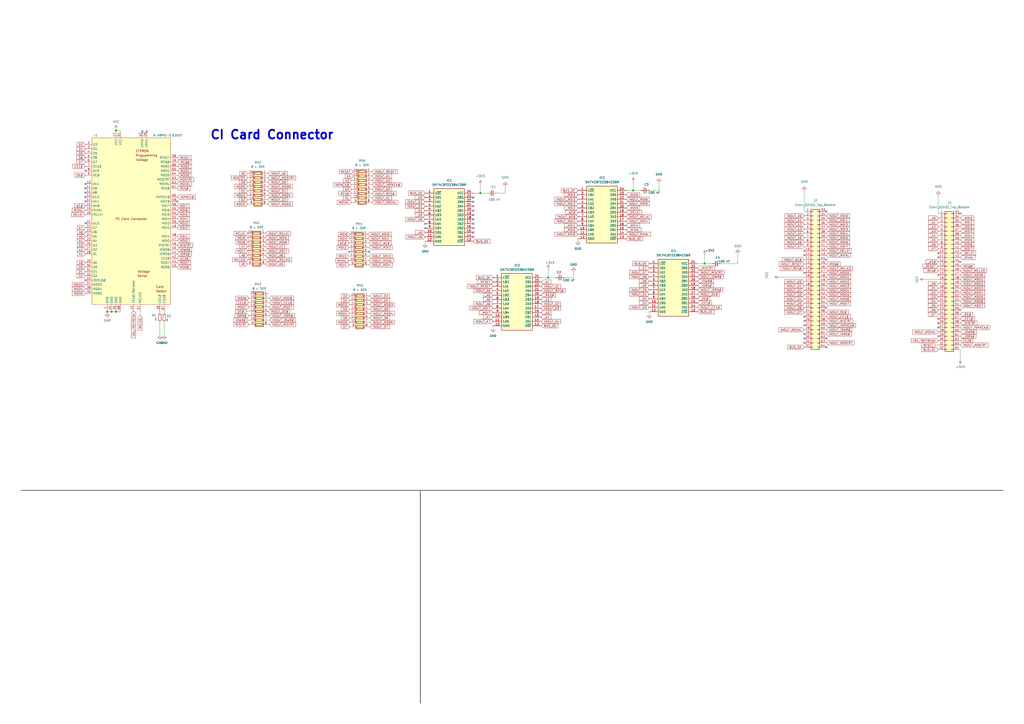
<source format=kicad_sch>
(kicad_sch (version 20230121) (generator eeschema)
  (paper "A2")
  (junction (at 367.284 110.49))
  (junction (at 64.77 180.848))
  (junction (at 62.23 180.848))
  (junction (at 408.686 152.908))
  (junction (at 67.31 75.692))
  (junction (at 278.638 112.014))
  (junction (at 318.008 161.036))
  (junction (at 67.31 180.848))
  (no_connect (at 557.022 123.952))
  (no_connect (at 466.598 198.882))
  (no_connect (at 274.574 134.874))
  (no_connect (at 479.298 122.682))
  (no_connect (at 466.598 183.642))
  (no_connect (at 82.55 76.2))
  (no_connect (at 274.574 129.794))
  (no_connect (at 479.298 178.562))
  (no_connect (at 49.53 114.3))
  (no_connect (at 49.53 109.22))
  (no_connect (at 557.022 151.892))
  (no_connect (at 274.574 137.414))
  (no_connect (at 274.574 127.254))
  (no_connect (at 466.598 158.242))
  (no_connect (at 479.298 150.622))
  (no_connect (at 466.598 188.722))
  (no_connect (at 544.322 146.812))
  (no_connect (at 544.322 189.992))
  (no_connect (at 274.574 122.174))
  (no_connect (at 466.598 148.082))
  (no_connect (at 49.53 162.56))
  (no_connect (at 246.634 129.794))
  (no_connect (at 479.298 201.422))
  (no_connect (at 544.322 159.512))
  (no_connect (at 274.574 124.714))
  (no_connect (at 214.122 146.05))
  (no_connect (at 49.53 129.54))
  (no_connect (at 85.09 76.2))
  (no_connect (at 49.53 116.84))
  (no_connect (at 544.322 184.912))
  (no_connect (at 466.598 145.542))
  (no_connect (at 466.598 196.342))
  (no_connect (at 49.53 111.76))
  (no_connect (at 246.634 132.334))
  (no_connect (at 274.574 119.634))
  (no_connect (at 557.022 179.832))
  (no_connect (at 274.574 132.334))
  (no_connect (at 544.322 149.352))
  (no_connect (at 479.298 196.342))
  (no_connect (at 49.53 106.68))
  (no_connect (at 466.598 193.802))
  (no_connect (at 202.438 146.05))
  (no_connect (at 544.322 187.452))
  (no_connect (at 466.598 186.182))
  (no_connect (at 544.322 195.072))
  (no_connect (at 102.87 116.84))
  (no_connect (at 49.53 99.06))
  (no_connect (at 274.574 117.094))
  (no_connect (at 274.574 114.554))
  (wire (pts (xy 214.63 176.784) (xy 213.868 176.784)))
  (wire (pts (xy 144.272 175.514) (xy 145.288 175.514)))
  (wire (pts (xy 214.122 146.05) (xy 213.36 146.05)))
  (wire (pts (xy 143.002 180.594) (xy 145.288 180.594)))
  (wire (pts (xy 144.526 178.054) (xy 145.288 178.054)))
  (wire (pts (xy 557.022 208.28) (xy 557.022 202.692)))
  (wire (pts (xy 214.122 140.97) (xy 213.36 140.97)))
  (wire (pts (xy 363.22 110.49) (xy 367.284 110.49)))
  (wire (pts (xy 64.77 180.34) (xy 64.77 180.848)))
  (wire (pts (xy 278.638 107.188) (xy 278.638 112.014)))
  (wire (pts (xy 203.962 112.268) (xy 204.978 112.268)))
  (wire (pts (xy 202.438 140.97) (xy 203.2 140.97)))
  (wire (pts (xy 536.448 162.052) (xy 544.322 162.052)))
  (wire (pts (xy 318.008 156.21) (xy 318.008 161.036)))
  (wire (pts (xy 67.31 180.848) (xy 64.77 180.848)))
  (wire (pts (xy 143.764 110.744) (xy 144.526 110.744)))
  (wire (pts (xy 202.946 184.404) (xy 203.708 184.404)))
  (wire (pts (xy 382.27 106.172) (xy 382.27 110.49)))
  (wire (pts (xy 202.946 171.704) (xy 203.708 171.704)))
  (wire (pts (xy 214.63 184.404) (xy 213.868 184.404)))
  (wire (pts (xy 313.944 161.036) (xy 318.008 161.036)))
  (wire (pts (xy 155.448 105.664) (xy 154.686 105.664)))
  (wire (pts (xy 203.962 114.808) (xy 204.978 114.808)))
  (wire (pts (xy 215.9 107.188) (xy 215.138 107.188)))
  (wire (pts (xy 293.116 112.014) (xy 288.036 112.014)))
  (wire (pts (xy 202.438 153.67) (xy 203.2 153.67)))
  (wire (pts (xy 155.448 108.204) (xy 154.686 108.204)))
  (wire (pts (xy 408.686 148.082) (xy 408.686 152.908)))
  (wire (pts (xy 103.124 99.06) (xy 102.87 99.06)))
  (wire (pts (xy 143.764 103.124) (xy 144.526 103.124)))
  (wire (pts (xy 466.598 110.744) (xy 466.598 122.682)))
  (wire (pts (xy 155.448 103.124) (xy 154.686 103.124)))
  (wire (pts (xy 67.31 180.34) (xy 67.31 180.848)))
  (wire (pts (xy 246.634 141.224) (xy 246.634 139.954)))
  (wire (pts (xy 62.23 180.34) (xy 62.23 180.848)))
  (wire (pts (xy 367.284 110.49) (xy 371.602 110.49)))
  (wire (pts (xy 67.31 75.692) (xy 67.31 76.2)))
  (wire (pts (xy 156.21 183.134) (xy 155.448 183.134)))
  (wire (pts (xy 69.85 180.34) (xy 69.85 180.848)))
  (wire (pts (xy 144.526 172.974) (xy 145.288 172.974)))
  (wire (pts (xy 214.122 143.51) (xy 213.36 143.51)))
  (wire (pts (xy 214.63 179.324) (xy 213.868 179.324)))
  (wire (pts (xy 202.438 151.13) (xy 203.2 151.13)))
  (wire (pts (xy 452.12 160.782) (xy 466.598 160.782)))
  (wire (pts (xy 286.004 190.246) (xy 286.004 188.976)))
  (wire (pts (xy 332.74 161.036) (xy 327.406 161.036)))
  (wire (pts (xy 143.764 100.584) (xy 144.526 100.584)))
  (wire (pts (xy 144.526 188.214) (xy 145.288 188.214)))
  (wire (pts (xy 335.28 139.7) (xy 335.28 138.43)))
  (wire (pts (xy 155.448 100.584) (xy 154.686 100.584)))
  (wire (pts (xy 155.448 115.824) (xy 154.686 115.824)))
  (wire (pts (xy 156.21 178.054) (xy 155.448 178.054)))
  (wire (pts (xy 69.85 76.2) (xy 69.85 75.692)))
  (wire (pts (xy 156.21 188.214) (xy 155.448 188.214)))
  (wire (pts (xy 203.962 104.648) (xy 204.978 104.648)))
  (wire (pts (xy 92.71 180.34) (xy 92.71 181.61)))
  (wire (pts (xy 408.686 152.908) (xy 413.004 152.908)))
  (wire (pts (xy 103.124 101.6) (xy 102.87 101.6)))
  (wire (pts (xy 143.764 118.364) (xy 144.526 118.364)))
  (wire (pts (xy 318.008 161.036) (xy 322.326 161.036)))
  (wire (pts (xy 81.28 180.34) (xy 81.28 182.88)))
  (wire (pts (xy 418.084 152.908) (xy 427.99 152.908)))
  (wire (pts (xy 143.764 113.284) (xy 144.526 113.284)))
  (wire (pts (xy 215.9 99.568) (xy 215.138 99.568)))
  (wire (pts (xy 202.946 176.784) (xy 203.708 176.784)))
  (wire (pts (xy 214.122 148.59) (xy 213.36 148.59)))
  (wire (pts (xy 144.018 185.674) (xy 145.288 185.674)))
  (wire (pts (xy 92.71 186.69) (xy 92.71 194.31)))
  (wire (pts (xy 215.9 114.808) (xy 215.138 114.808)))
  (wire (pts (xy 215.9 102.108) (xy 215.138 102.108)))
  (wire (pts (xy 69.85 75.692) (xy 67.31 75.692)))
  (wire (pts (xy 203.962 107.188) (xy 204.978 107.188)))
  (wire (pts (xy 214.63 171.704) (xy 213.868 171.704)))
  (wire (pts (xy 215.9 104.648) (xy 215.138 104.648)))
  (wire (pts (xy 214.63 174.244) (xy 213.868 174.244)))
  (wire (pts (xy 214.63 186.944) (xy 213.868 186.944)))
  (wire (pts (xy 144.526 183.134) (xy 145.288 183.134)))
  (wire (pts (xy 427.99 152.908) (xy 427.99 147.32)))
  (wire (pts (xy 215.9 112.268) (xy 215.138 112.268)))
  (wire (pts (xy 404.622 152.908) (xy 408.686 152.908)))
  (wire (pts (xy 382.27 110.49) (xy 376.682 110.49)))
  (wire (pts (xy 69.85 180.848) (xy 67.31 180.848)))
  (wire (pts (xy 202.438 148.59) (xy 203.2 148.59)))
  (wire (pts (xy 62.23 180.848) (xy 64.77 180.848)))
  (wire (pts (xy 95.25 186.69) (xy 95.25 194.31)))
  (wire (pts (xy 95.25 180.34) (xy 95.25 181.61)))
  (wire (pts (xy 293.116 108.204) (xy 293.116 112.014)))
  (polyline (pts (xy 12.192 284.48) (xy 329.438 284.48)) (stroke (width 0.3) (type solid) (color 0 0 0 1)))
  (wire (pts (xy 376.682 182.118) (xy 376.682 180.848)))
  (wire (pts (xy 203.962 117.348) (xy 204.978 117.348)))
  (wire (pts (xy 214.122 151.13) (xy 213.36 151.13)))
  (wire (pts (xy 202.946 189.484) (xy 203.708 189.484)))
  (wire (pts (xy 274.574 112.014) (xy 278.638 112.014)))
  (polyline (pts (xy 243.84 284.988) (xy 243.84 407.924)) (stroke (width 0.3) (type solid) (color 0 0 0 1)))
  (wire (pts (xy 202.946 174.244) (xy 203.708 174.244)))
  (wire (pts (xy 214.63 181.864) (xy 213.868 181.864)))
  (wire (pts (xy 156.464 185.674) (xy 155.448 185.674)))
  (wire (pts (xy 215.9 117.348) (xy 215.138 117.348)))
  (wire (pts (xy 103.124 96.52) (xy 102.87 96.52)))
  (wire (pts (xy 155.448 110.744) (xy 154.686 110.744)))
  (wire (pts (xy 143.764 108.204) (xy 144.526 108.204)))
  (wire (pts (xy 215.9 109.728) (xy 215.138 109.728)))
  (wire (pts (xy 143.764 115.824) (xy 144.526 115.824)))
  (wire (pts (xy 67.31 75.184) (xy 67.31 75.692)))
  (wire (pts (xy 155.448 113.284) (xy 154.686 113.284)))
  (wire (pts (xy 202.946 179.324) (xy 203.708 179.324)))
  (wire (pts (xy 542.798 200.152) (xy 544.322 200.152)))
  (wire (pts (xy 202.946 186.944) (xy 203.708 186.944)))
  (wire (pts (xy 202.438 143.51) (xy 203.2 143.51)))
  (wire (pts (xy 278.638 112.014) (xy 282.956 112.014)))
  (polyline (pts (xy 329.438 284.48) (xy 581.914 284.48)) (stroke (width 0.3) (type solid) (color 0 0 0 1)))
  (wire (pts (xy 156.21 172.974) (xy 155.448 172.974)))
  (wire (pts (xy 214.63 189.484) (xy 213.868 189.484)))
  (wire (pts (xy 332.74 157.734) (xy 332.74 161.036)))
  (wire (pts (xy 202.438 146.05) (xy 203.2 146.05)))
  (wire (pts (xy 367.284 105.664) (xy 367.284 110.49)))
  (wire (pts (xy 202.946 181.864) (xy 203.708 181.864)))
  (wire (pts (xy 143.764 105.664) (xy 144.526 105.664)))
  (wire (pts (xy 154.686 118.364) (xy 155.448 118.364)))
  (wire (pts (xy 156.464 175.514) (xy 155.448 175.514)))
  (wire (pts (xy 544.322 113.538) (xy 544.322 123.952)))
  (wire (pts (xy 203.962 109.728) (xy 204.978 109.728)))
  (wire (pts (xy 62.23 180.848) (xy 62.23 181.356)))
  (wire (pts (xy 214.122 153.67) (xy 213.36 153.67)))
  (text "CI Card Connector" (at 121.666 81.28 0) (effects (font (size 5.08 5.08) bold) (justify left bottom)))
  (global_label "A1" (shape input) (at 49.53 147.32 180) (property "Intersheetrefs" "${INTERSHEET_REFS}" (effects hide)) (property "Обозначения листов" "${INTERSHEET_REFS}" (effects hide)))
  (global_label "INOUT_REG#" (shape input) (at 466.598 155.702 180) (property "Intersheetrefs" "${INTERSHEET_REFS}" (effects hide)) (property "Обозначения листов" "${INTERSHEET_REFS}" (effects hide)))
  (global_label "D1" (shape input) (at 49.53 157.48 180) (property "Intersheetrefs" "${INTERSHEET_REFS}" (effects hide)) (property "Обозначения листов" "${INTERSHEET_REFS}" (effects hide)))
  (global_label "CE1#" (shape input) (at 49.53 96.52 180) (property "Intersheetrefs" "${INTERSHEET_REFS}" (effects hide)) (property "Обозначения листов" "${INTERSHEET_REFS}" (effects hide)))
  (global_label "BUS_OE" (shape input) (at 274.574 139.954 0) (property "Intersheetrefs" "${INTERSHEET_REFS}" (effects hide)) (property "Обозначения листов" "${INTERSHEET_REFS}" (effects hide)))
  (global_label "D7" (shape input) (at 202.946 189.484 180) (property "Intersheetrefs" "${INTERSHEET_REFS}" (effects hide)) (property "Обозначения листов" "${INTERSHEET_REFS}" (effects hide)))
  (global_label "_IORD#" (shape input) (at 404.622 165.608 0) (property "Intersheetrefs" "${INTERSHEET_REFS}" (effects hide)) (property "Обозначения листов" "${INTERSHEET_REFS}" (effects hide)))
  (global_label "INOUT_D7" (shape input) (at 376.682 157.988 180) (property "Intersheetrefs" "${INTERSHEET_REFS}" (effects hide)) (property "Обозначения листов" "${INTERSHEET_REFS}" (effects hide)))
  (global_label "CE1#" (shape input) (at 144.272 175.514 180) (property "Intersheetrefs" "${INTERSHEET_REFS}" (effects hide)) (property "Обозначения листов" "${INTERSHEET_REFS}" (effects hide)))
  (global_label "BUS_OE" (shape input) (at 246.634 112.014 180) (property "Intersheetrefs" "${INTERSHEET_REFS}" (effects hide)) (property "Обозначения листов" "${INTERSHEET_REFS}" (effects hide)))
  (global_label "INOUT_MOVAL" (shape input) (at 215.9 117.348 0) (property "Intersheetrefs" "${INTERSHEET_REFS}" (effects hide)) (property "Обозначения листов" "${INTERSHEET_REFS}" (effects hide)))
  (global_label "_MIVAL" (shape input) (at 363.22 133.35 0) (property "Intersheetrefs" "${INTERSHEET_REFS}" (effects hide)) (property "Обозначения листов" "${INTERSHEET_REFS}" (effects hide)))
  (global_label "MDO2" (shape input) (at 103.124 96.52 0) (property "Intersheetrefs" "${INTERSHEET_REFS}" (effects hide)) (property "Обозначения листов" "${INTERSHEET_REFS}" (effects hide)))
  (global_label "INOUT_A5" (shape input) (at 153.924 153.162 0) (property "Intersheetrefs" "${INTERSHEET_REFS}" (effects hide)) (property "Обозначения листов" "${INTERSHEET_REFS}" (effects hide)))
  (global_label "MDI4" (shape input) (at 202.438 153.67 180) (property "Intersheetrefs" "${INTERSHEET_REFS}" (effects hide)) (property "Обозначения листов" "${INTERSHEET_REFS}" (effects hide)))
  (global_label "INOUT_MDI5" (shape input) (at 479.298 137.922 0) (property "Intersheetrefs" "${INTERSHEET_REFS}" (effects hide)) (property "Обозначения листов" "${INTERSHEET_REFS}" (effects hide)))
  (global_label "INOUT_A5" (shape input) (at 466.598 137.922 180) (property "Intersheetrefs" "${INTERSHEET_REFS}" (effects hide)) (property "Обозначения листов" "${INTERSHEET_REFS}" (effects hide)))
  (global_label "A4" (shape input) (at 49.53 139.7 180) (property "Intersheetrefs" "${INTERSHEET_REFS}" (effects hide)) (property "Обозначения листов" "${INTERSHEET_REFS}" (effects hide)))
  (global_label "INOUT_MDI3" (shape input) (at 214.122 148.59 0) (property "Intersheetrefs" "${INTERSHEET_REFS}" (effects hide)) (property "Обозначения листов" "${INTERSHEET_REFS}" (effects hide)))
  (global_label "MIVAL" (shape input) (at 202.438 151.13 180) (property "Intersheetrefs" "${INTERSHEET_REFS}" (effects hide)) (property "Обозначения листов" "${INTERSHEET_REFS}" (effects hide)))
  (global_label "_MCLKI" (shape input) (at 363.22 123.19 0) (property "Intersheetrefs" "${INTERSHEET_REFS}" (effects hide)) (property "Обозначения листов" "${INTERSHEET_REFS}" (effects hide)))
  (global_label "_CE1#" (shape input) (at 557.022 184.912 0) (property "Intersheetrefs" "${INTERSHEET_REFS}" (effects hide)) (property "Обозначения листов" "${INTERSHEET_REFS}" (effects hide)))
  (global_label "IOWR#" (shape input) (at 102.87 144.78 0) (property "Intersheetrefs" "${INTERSHEET_REFS}" (effects hide)) (property "Обозначения листов" "${INTERSHEET_REFS}" (effects hide)))
  (global_label "MDO2" (shape input) (at 143.764 118.364 180) (property "Intersheetrefs" "${INTERSHEET_REFS}" (effects hide)) (property "Обозначения листов" "${INTERSHEET_REFS}" (effects hide)))
  (global_label "MDI2" (shape input) (at 102.87 132.08 0) (property "Intersheetrefs" "${INTERSHEET_REFS}" (effects hide)) (property "Обозначения листов" "${INTERSHEET_REFS}" (effects hide)))
  (global_label "INOUT_D6" (shape input) (at 376.682 160.528 180) (property "Intersheetrefs" "${INTERSHEET_REFS}" (effects hide)) (property "Обозначения листов" "${INTERSHEET_REFS}" (effects hide)))
  (global_label "_MISTRT" (shape input) (at 404.622 155.448 0) (property "Intersheetrefs" "${INTERSHEET_REFS}" (effects hide)) (property "Обозначения листов" "${INTERSHEET_REFS}" (effects hide)))
  (global_label "INOUT_A3" (shape input) (at 215.9 104.648 0) (property "Intersheetrefs" "${INTERSHEET_REFS}" (effects hide)) (property "Обозначения листов" "${INTERSHEET_REFS}" (effects hide)))
  (global_label "_A6" (shape input) (at 544.322 141.732 180) (property "Intersheetrefs" "${INTERSHEET_REFS}" (effects hide)) (property "Обозначения листов" "${INTERSHEET_REFS}" (effects hide)))
  (global_label "INOUT_MDI0" (shape input) (at 479.298 125.222 0) (property "Intersheetrefs" "${INTERSHEET_REFS}" (effects hide)) (property "Обозначения листов" "${INTERSHEET_REFS}" (effects hide)))
  (global_label "_A0" (shape input) (at 544.322 126.492 180) (property "Intersheetrefs" "${INTERSHEET_REFS}" (effects hide)) (property "Обозначения листов" "${INTERSHEET_REFS}" (effects hide)))
  (global_label "_D5" (shape input) (at 376.682 165.608 180) (property "Intersheetrefs" "${INTERSHEET_REFS}" (effects hide)) (property "Обозначения листов" "${INTERSHEET_REFS}" (effects hide)))
  (global_label "INOUT_A0" (shape input) (at 155.448 100.584 0) (property "Intersheetrefs" "${INTERSHEET_REFS}" (effects hide)) (property "Обозначения листов" "${INTERSHEET_REFS}" (effects hide)))
  (global_label "INOUT_MDI7" (shape input) (at 153.924 145.542 0) (property "Intersheetrefs" "${INTERSHEET_REFS}" (effects hide)) (property "Обозначения листов" "${INTERSHEET_REFS}" (effects hide)))
  (global_label "MDI3" (shape input) (at 102.87 129.54 0) (property "Intersheetrefs" "${INTERSHEET_REFS}" (effects hide)) (property "Обозначения листов" "${INTERSHEET_REFS}" (effects hide)))
  (global_label "INOUT_MOSTRT" (shape input) (at 155.448 103.124 0) (property "Intersheetrefs" "${INTERSHEET_REFS}" (effects hide)) (property "Обозначения листов" "${INTERSHEET_REFS}" (effects hide)))
  (global_label "_A1" (shape input) (at 544.322 129.032 180) (property "Intersheetrefs" "${INTERSHEET_REFS}" (effects hide)) (property "Обозначения листов" "${INTERSHEET_REFS}" (effects hide)))
  (global_label "INOUT_IORD#" (shape input) (at 404.622 168.148 0) (property "Intersheetrefs" "${INTERSHEET_REFS}" (effects hide)) (property "Обозначения листов" "${INTERSHEET_REFS}" (effects hide)))
  (global_label "A5" (shape input) (at 49.53 137.16 180) (property "Intersheetrefs" "${INTERSHEET_REFS}" (effects hide)) (property "Обозначения листов" "${INTERSHEET_REFS}" (effects hide)))
  (global_label "INOUT_D3" (shape input) (at 466.598 170.942 180) (property "Intersheetrefs" "${INTERSHEET_REFS}" (effects hide)) (property "Обозначения листов" "${INTERSHEET_REFS}" (effects hide)))
  (global_label "MDI5" (shape input) (at 102.87 124.46 0) (property "Intersheetrefs" "${INTERSHEET_REFS}" (effects hide)) (property "Обозначения листов" "${INTERSHEET_REFS}" (effects hide)))
  (global_label "INOUT_MDO3" (shape input) (at 557.022 167.132 0) (property "Intersheetrefs" "${INTERSHEET_REFS}" (effects hide)) (property "Обозначения листов" "${INTERSHEET_REFS}" (effects hide)))
  (global_label "INOUT_A5" (shape input) (at 286.004 168.656 180) (property "Intersheetrefs" "${INTERSHEET_REFS}" (effects hide)) (property "Обозначения листов" "${INTERSHEET_REFS}" (effects hide)))
  (global_label "INOUT_MDI6" (shape input) (at 153.924 140.462 0) (property "Intersheetrefs" "${INTERSHEET_REFS}" (effects hide)) (property "Обозначения листов" "${INTERSHEET_REFS}" (effects hide)))
  (global_label "_REG#" (shape input) (at 313.944 171.196 0) (property "Intersheetrefs" "${INTERSHEET_REFS}" (effects hide)) (property "Обозначения листов" "${INTERSHEET_REFS}" (effects hide)))
  (global_label "INOUT_A3" (shape input) (at 313.944 178.816 0) (property "Intersheetrefs" "${INTERSHEET_REFS}" (effects hide)) (property "Обозначения листов" "${INTERSHEET_REFS}" (effects hide)))
  (global_label "INOUT_MDO3" (shape input) (at 479.298 165.862 0) (property "Intersheetrefs" "${INTERSHEET_REFS}" (effects hide)) (property "Обозначения листов" "${INTERSHEET_REFS}" (effects hide)))
  (global_label "_MDI3" (shape input) (at 557.022 134.112 0) (property "Intersheetrefs" "${INTERSHEET_REFS}" (effects hide)) (property "Обозначения листов" "${INTERSHEET_REFS}" (effects hide)))
  (global_label "INOUT_D4" (shape input) (at 466.598 173.482 180) (property "Intersheetrefs" "${INTERSHEET_REFS}" (effects hide)) (property "Обозначения листов" "${INTERSHEET_REFS}" (effects hide)))
  (global_label "INOUT_A6" (shape input) (at 286.004 176.276 180) (property "Intersheetrefs" "${INTERSHEET_REFS}" (effects hide)) (property "Обозначения листов" "${INTERSHEET_REFS}" (effects hide)))
  (global_label "D1" (shape input) (at 143.764 110.744 180) (property "Intersheetrefs" "${INTERSHEET_REFS}" (effects hide)) (property "Обозначения листов" "${INTERSHEET_REFS}" (effects hide)))
  (global_label "_MDI6" (shape input) (at 557.022 141.732 0) (property "Intersheetrefs" "${INTERSHEET_REFS}" (effects hide)) (property "Обозначения листов" "${INTERSHEET_REFS}" (effects hide)))
  (global_label "INOUT_A7" (shape input) (at 153.924 143.002 0) (property "Intersheetrefs" "${INTERSHEET_REFS}" (effects hide)) (property "Обозначения листов" "${INTERSHEET_REFS}" (effects hide)))
  (global_label "INOUT_D1" (shape input) (at 246.634 119.634 180) (property "Intersheetrefs" "${INTERSHEET_REFS}" (effects hide)) (property "Обозначения листов" "${INTERSHEET_REFS}" (effects hide)))
  (global_label "INOUT_INPACK#" (shape input) (at 215.9 107.188 0) (property "Intersheetrefs" "${INTERSHEET_REFS}" (effects hide)) (property "Обозначения листов" "${INTERSHEET_REFS}" (effects hide)))
  (global_label "_MDI1" (shape input) (at 557.022 129.032 0) (property "Intersheetrefs" "${INTERSHEET_REFS}" (effects hide)) (property "Обозначения листов" "${INTERSHEET_REFS}" (effects hide)))
  (global_label "MDI4" (shape input) (at 102.87 127 0) (property "Intersheetrefs" "${INTERSHEET_REFS}" (effects hide)) (property "Обозначения листов" "${INTERSHEET_REFS}" (effects hide)))
  (global_label "INOUT_D7" (shape input) (at 214.63 189.484 0) (property "Intersheetrefs" "${INTERSHEET_REFS}" (effects hide)) (property "Обозначения листов" "${INTERSHEET_REFS}" (effects hide)))
  (global_label "VS1{slash}REFRESH" (shape input) (at 544.322 197.612 180) (property "Intersheetrefs" "${INTERSHEET_REFS}" (effects hide)) (property "Обозначения листов" "${INTERSHEET_REFS}" (effects hide)))
  (global_label "MIVAL" (shape input) (at 49.53 121.92 180) (property "Intersheetrefs" "${INTERSHEET_REFS}" (effects hide)) (property "Обозначения листов" "${INTERSHEET_REFS}" (effects hide)))
  (global_label "_D4" (shape input) (at 544.322 174.752 180) (property "Intersheetrefs" "${INTERSHEET_REFS}" (effects hide)) (property "Обозначения листов" "${INTERSHEET_REFS}" (effects hide)))
  (global_label "A1" (shape input) (at 203.962 114.808 180) (property "Intersheetrefs" "${INTERSHEET_REFS}" (effects hide)) (property "Обозначения листов" "${INTERSHEET_REFS}" (effects hide)))
  (global_label "INOUT_MDI0" (shape input) (at 335.28 135.89 180) (property "Intersheetrefs" "${INTERSHEET_REFS}" (effects hide)) (property "Обозначения листов" "${INTERSHEET_REFS}" (effects hide)))
  (global_label "D2" (shape input) (at 143.764 115.824 180) (property "Intersheetrefs" "${INTERSHEET_REFS}" (effects hide)) (property "Обозначения листов" "${INTERSHEET_REFS}" (effects hide)))
  (global_label "INOUT_D2" (shape input) (at 155.448 115.824 0) (property "Intersheetrefs" "${INTERSHEET_REFS}" (effects hide)) (property "Обозначения листов" "${INTERSHEET_REFS}" (effects hide)))
  (global_label "_A6" (shape input) (at 286.004 173.736 180) (property "Intersheetrefs" "${INTERSHEET_REFS}" (effects hide)) (property "Обозначения листов" "${INTERSHEET_REFS}" (effects hide)))
  (global_label "_D6" (shape input) (at 376.682 163.068 180) (property "Intersheetrefs" "${INTERSHEET_REFS}" (effects hide)) (property "Обозначения листов" "${INTERSHEET_REFS}" (effects hide)))
  (global_label "MDI1" (shape input) (at 102.87 137.16 0) (property "Intersheetrefs" "${INTERSHEET_REFS}" (effects hide)) (property "Обозначения листов" "${INTERSHEET_REFS}" (effects hide)))
  (global_label "OE#" (shape input) (at 49.53 101.6 180) (property "Intersheetrefs" "${INTERSHEET_REFS}" (effects hide)) (property "Обозначения листов" "${INTERSHEET_REFS}" (effects hide)))
  (global_label "WE#" (shape input) (at 49.53 119.38 180) (property "Intersheetrefs" "${INTERSHEET_REFS}" (effects hide)) (property "Обозначения листов" "${INTERSHEET_REFS}" (effects hide)))
  (global_label "_MDI5" (shape input) (at 557.022 139.192 0) (property "Intersheetrefs" "${INTERSHEET_REFS}" (effects hide)) (property "Обозначения листов" "${INTERSHEET_REFS}" (effects hide)))
  (global_label "INOUT_MDO4" (shape input) (at 479.298 168.402 0) (property "Intersheetrefs" "${INTERSHEET_REFS}" (effects hide)) (property "Обозначения листов" "${INTERSHEET_REFS}" (effects hide)))
  (global_label "INOUT_IOWR#" (shape input) (at 404.622 160.528 0) (property "Intersheetrefs" "${INTERSHEET_REFS}" (effects hide)) (property "Обозначения листов" "${INTERSHEET_REFS}" (effects hide)))
  (global_label "D6" (shape input) (at 202.946 184.404 180) (property "Intersheetrefs" "${INTERSHEET_REFS}" (effects hide)) (property "Обозначения листов" "${INTERSHEET_REFS}" (effects hide)))
  (global_label "INOUT_REG#" (shape input) (at 215.9 112.268 0) (property "Intersheetrefs" "${INTERSHEET_REFS}" (effects hide)) (property "Обозначения листов" "${INTERSHEET_REFS}" (effects hide)))
  (global_label "INOUT_MDO7" (shape input) (at 557.022 177.292 0) (property "Intersheetrefs" "${INTERSHEET_REFS}" (effects hide)) (property "Обозначения листов" "${INTERSHEET_REFS}" (effects hide)))
  (global_label "_D2" (shape input) (at 246.634 114.554 180) (property "Intersheetrefs" "${INTERSHEET_REFS}" (effects hide)) (property "Обозначения листов" "${INTERSHEET_REFS}" (effects hide)))
  (global_label "INOUT_MISTRT" (shape input) (at 404.622 157.988 0) (property "Intersheetrefs" "${INTERSHEET_REFS}" (effects hide)) (property "Обозначения листов" "${INTERSHEET_REFS}" (effects hide)))
  (global_label "INOUT_MDO1" (shape input) (at 155.448 113.284 0) (property "Intersheetrefs" "${INTERSHEET_REFS}" (effects hide)) (property "Обозначения листов" "${INTERSHEET_REFS}" (effects hide)))
  (global_label "MOVAL" (shape input) (at 102.87 106.68 0) (property "Intersheetrefs" "${INTERSHEET_REFS}" (effects hide)) (property "Обозначения листов" "${INTERSHEET_REFS}" (effects hide)))
  (global_label "INOUT_MDO7" (shape input) (at 479.298 176.022 0) (property "Intersheetrefs" "${INTERSHEET_REFS}" (effects hide)) (property "Обозначения листов" "${INTERSHEET_REFS}" (effects hide)))
  (global_label "_A4" (shape input) (at 544.322 136.652 180) (property "Intersheetrefs" "${INTERSHEET_REFS}" (effects hide)) (property "Обозначения листов" "${INTERSHEET_REFS}" (effects hide)))
  (global_label "IOWR#" (shape input) (at 144.018 185.674 180) (property "Intersheetrefs" "${INTERSHEET_REFS}" (effects hide)) (property "Обозначения листов" "${INTERSHEET_REFS}" (effects hide)))
  (global_label "INOUT_RESET" (shape input) (at 215.9 99.568 0) (property "Intersheetrefs" "${INTERSHEET_REFS}" (effects hide)) (property "Обозначения листов" "${INTERSHEET_REFS}" (effects hide)))
  (global_label "INOUT_A0" (shape input) (at 466.598 125.222 180) (property "Intersheetrefs" "${INTERSHEET_REFS}" (effects hide)) (property "Обозначения листов" "${INTERSHEET_REFS}" (effects hide)))
  (global_label "_REG#" (shape input) (at 544.322 156.972 180) (property "Intersheetrefs" "${INTERSHEET_REFS}" (effects hide)) (property "Обозначения листов" "${INTERSHEET_REFS}" (effects hide)))
  (global_label "_D6" (shape input) (at 544.322 179.832 180) (property "Intersheetrefs" "${INTERSHEET_REFS}" (effects hide)) (property "Обозначения листов" "${INTERSHEET_REFS}" (effects hide)))
  (global_label "MDO7" (shape input) (at 102.87 152.4 0) (property "Intersheetrefs" "${INTERSHEET_REFS}" (effects hide)) (property "Обозначения листов" "${INTERSHEET_REFS}" (effects hide)))
  (global_label "_A3" (shape input) (at 313.944 181.356 0) (property "Intersheetrefs" "${INTERSHEET_REFS}" (effects hide)) (property "Обозначения листов" "${INTERSHEET_REFS}" (effects hide)))
  (global_label "MDO1" (shape input) (at 143.764 113.284 180) (property "Intersheetrefs" "${INTERSHEET_REFS}" (effects hide)) (property "Обозначения листов" "${INTERSHEET_REFS}" (effects hide)))
  (global_label "INOUT_MDI1" (shape input) (at 213.36 138.43 0) (property "Intersheetrefs" "${INTERSHEET_REFS}" (effects hide)) (property "Обозначения листов" "${INTERSHEET_REFS}" (effects hide)))
  (global_label "REG#" (shape input) (at 203.962 112.268 180) (property "Intersheetrefs" "${INTERSHEET_REFS}" (effects hide)) (property "Обозначения листов" "${INTERSHEET_REFS}" (effects hide)))
  (global_label "INOUT_MDI6" (shape input) (at 479.298 140.462 0) (property "Intersheetrefs" "${INTERSHEET_REFS}" (effects hide)) (property "Обозначения листов" "${INTERSHEET_REFS}" (effects hide)))
  (global_label "INOUT_MDO5" (shape input) (at 214.63 186.944 0) (property "Intersheetrefs" "${INTERSHEET_REFS}" (effects hide)) (property "Обозначения листов" "${INTERSHEET_REFS}" (effects hide)))
  (global_label "INOUT_MDI5" (shape input) (at 363.22 118.11 0) (property "Intersheetrefs" "${INTERSHEET_REFS}" (effects hide)) (property "Обозначения листов" "${INTERSHEET_REFS}" (effects hide)))
  (global_label "_D3" (shape input) (at 544.322 172.212 180) (property "Intersheetrefs" "${INTERSHEET_REFS}" (effects hide)) (property "Обозначения листов" "${INTERSHEET_REFS}" (effects hide)))
  (global_label "IREQ#" (shape input) (at 557.022 154.432 0) (property "Intersheetrefs" "${INTERSHEET_REFS}" (effects hide)) (property "Обозначения листов" "${INTERSHEET_REFS}" (effects hide)))
  (global_label "MDI0" (shape input) (at 203.2 135.89 180) (property "Intersheetrefs" "${INTERSHEET_REFS}" (effects hide)) (property "Обозначения листов" "${INTERSHEET_REFS}" (effects hide)))
  (global_label "_D3" (shape input) (at 376.682 175.768 180) (property "Intersheetrefs" "${INTERSHEET_REFS}" (effects hide)) (property "Обозначения листов" "${INTERSHEET_REFS}" (effects hide)))
  (global_label "_RESET" (shape input) (at 544.322 154.432 180) (property "Intersheetrefs" "${INTERSHEET_REFS}" (effects hide)) (property "Обозначения листов" "${INTERSHEET_REFS}" (effects hide)))
  (global_label "_MDI6" (shape input) (at 363.22 113.03 0) (property "Intersheetrefs" "${INTERSHEET_REFS}" (effects hide)) (property "Обозначения листов" "${INTERSHEET_REFS}" (effects hide)))
  (global_label "RESET" (shape input) (at 102.87 91.44 0) (property "Intersheetrefs" "${INTERSHEET_REFS}" (effects hide)) (property "Обозначения листов" "${INTERSHEET_REFS}" (effects hide)))
  (global_label "INOUT_MCLKI" (shape input) (at 479.298 145.542 0) (property "Intersheetrefs" "${INTERSHEET_REFS}" (effects hide)) (property "Обозначения листов" "${INTERSHEET_REFS}" (effects hide)))
  (global_label "INOUT_MDO1" (shape input) (at 557.022 162.052 0) (property "Intersheetrefs" "${INTERSHEET_REFS}" (effects hide)) (property "Обозначения листов" "${INTERSHEET_REFS}" (effects hide)))
  (global_label "A7" (shape input) (at 49.53 132.08 180) (property "Intersheetrefs" "${INTERSHEET_REFS}" (effects hide)) (property "Обозначения листов" "${INTERSHEET_REFS}" (effects hide)))
  (global_label "_D7" (shape input) (at 544.322 182.372 180) (property "Intersheetrefs" "${INTERSHEET_REFS}" (effects hide)) (property "Обозначения листов" "${INTERSHEET_REFS}" (effects hide)))
  (global_label "INOUT_MDI7" (shape input) (at 479.298 143.002 0) (property "Intersheetrefs" "${INTERSHEET_REFS}" (effects hide)) (property "Обозначения листов" "${INTERSHEET_REFS}" (effects hide)))
  (global_label "D3" (shape input) (at 49.53 83.82 180) (property "Intersheetrefs" "${INTERSHEET_REFS}" (effects hide)) (property "Обозначения листов" "${INTERSHEET_REFS}" (effects hide)))
  (global_label "_WE#" (shape input) (at 544.322 151.892 180) (property "Intersheetrefs" "${INTERSHEET_REFS}" (effects hide)) (property "Обозначения листов" "${INTERSHEET_REFS}" (effects hide)))
  (global_label "INOUT_A6" (shape input) (at 153.924 148.082 0) (property "Intersheetrefs" "${INTERSHEET_REFS}" (effects hide)) (property "Обозначения листов" "${INTERSHEET_REFS}" (effects hide)))
  (global_label "MDO6" (shape input) (at 102.87 154.94 0) (property "Intersheetrefs" "${INTERSHEET_REFS}" (effects hide)) (property "Обозначения листов" "${INTERSHEET_REFS}" (effects hide)))
  (global_label "INOUT_MDO6" (shape input) (at 479.298 173.482 0) (property "Intersheetrefs" "${INTERSHEET_REFS}" (effects hide)) (property "Обозначения листов" "${INTERSHEET_REFS}" (effects hide)))
  (global_label "INOUT_MDO0" (shape input) (at 155.448 108.204 0) (property "Intersheetrefs" "${INTERSHEET_REFS}" (effects hide)) (property "Обозначения листов" "${INTERSHEET_REFS}" (effects hide)))
  (global_label "INOUT_A2" (shape input) (at 313.944 176.276 0) (property "Intersheetrefs" "${INTERSHEET_REFS}" (effects hide)) (property "Обозначения листов" "${INTERSHEET_REFS}" (effects hide)))
  (global_label "BUS_OE" (shape input) (at 544.322 202.692 180) (property "Intersheetrefs" "${INTERSHEET_REFS}" (effects hide)) (property "Обозначения листов" "${INTERSHEET_REFS}" (effects hide)))
  (global_label "INOUT_WE#" (shape input) (at 335.28 125.73 180) (property "Intersheetrefs" "${INTERSHEET_REFS}" (effects hide)) (property "Обозначения листов" "${INTERSHEET_REFS}" (effects hide)))
  (global_label "INOUT_MDO3" (shape input) (at 214.63 176.784 0) (property "Intersheetrefs" "${INTERSHEET_REFS}" (effects hide)) (property "Обозначения листов" "${INTERSHEET_REFS}" (effects hide)))
  (global_label "_MDI0" (shape input) (at 557.022 126.492 0) (property "Intersheetrefs" "${INTERSHEET_REFS}" (effects hide)) (property "Обозначения листов" "${INTERSHEET_REFS}" (effects hide)))
  (global_label "MDI0" (shape input) (at 102.87 139.7 0) (property "Intersheetrefs" "${INTERSHEET_REFS}" (effects hide)) (property "Обозначения листов" "${INTERSHEET_REFS}" (effects hide)))
  (global_label "INOUT_MDI4" (shape input) (at 363.22 128.27 0) (property "Intersheetrefs" "${INTERSHEET_REFS}" (effects hide)) (property "Обозначения листов" "${INTERSHEET_REFS}" (effects hide)))
  (global_label "INOUT_IOWR#" (shape input) (at 156.464 185.674 0) (property "Intersheetrefs" "${INTERSHEET_REFS}" (effects hide)) (property "Обозначения листов" "${INTERSHEET_REFS}" (effects hide)))
  (global_label "_IORD#" (shape input) (at 557.022 195.072 0) (property "Intersheetrefs" "${INTERSHEET_REFS}" (effects hide)) (property "Обозначения листов" "${INTERSHEET_REFS}" (effects hide)))
  (global_label "BUS_OE" (shape input) (at 376.682 152.908 180) (property "Intersheetrefs" "${INTERSHEET_REFS}" (effects hide)) (property "Обозначения листов" "${INTERSHEET_REFS}" (effects hide)))
  (global_label "OE#" (shape input) (at 143.002 180.594 180) (property "Intersheetrefs" "${INTERSHEET_REFS}" (effects hide)) (property "Обозначения листов" "${INTERSHEET_REFS}" (effects hide)))
  (global_label "INOUT_MDI1" (shape input) (at 335.28 128.27 180) (property "Intersheetrefs" "${INTERSHEET_REFS}" (effects hide)) (property "Обозначения листов" "${INTERSHEET_REFS}" (effects hide)))
  (global_label "_CE1#" (shape input) (at 404.622 175.768 0) (property "Intersheetrefs" "${INTERSHEET_REFS}" (effects hide)) (property "Обозначения листов" "${INTERSHEET_REFS}" (effects hide)))
  (global_label "_D0" (shape input) (at 246.634 124.714 180) (property "Intersheetrefs" "${INTERSHEET_REFS}" (effects hide)) (property "Обозначения листов" "${INTERSHEET_REFS}" (effects hide)))
  (global_label "A3" (shape input) (at 203.962 104.648 180) (property "Intersheetrefs" "${INTERSHEET_REFS}" (effects hide)) (property "Обозначения листов" "${INTERSHEET_REFS}" (effects hide)))
  (global_label "MDI7" (shape input) (at 102.87 119.38 0) (property "Intersheetrefs" "${INTERSHEET_REFS}" (effects hide)) (property "Обозначения листов" "${INTERSHEET_REFS}" (effects hide)))
  (global_label "INOUT_MDI1" (shape input) (at 479.298 127.762 0) (property "Intersheetrefs" "${INTERSHEET_REFS}" (effects hide)) (property "Обозначения листов" "${INTERSHEET_REFS}" (effects hide)))
  (global_label "IORD#" (shape input) (at 102.87 147.32 0) (property "Intersheetrefs" "${INTERSHEET_REFS}" (effects hide)) (property "Обозначения листов" "${INTERSHEET_REFS}" (effects hide)))
  (global_label "INOUT_A2" (shape input) (at 466.598 130.302 180) (property "Intersheetrefs" "${INTERSHEET_REFS}" (effects hide)) (property "Обозначения листов" "${INTERSHEET_REFS}" (effects hide)))
  (global_label "MDO4" (shape input) (at 202.946 181.864 180) (property "Intersheetrefs" "${INTERSHEET_REFS}" (effects hide)) (property "Обозначения листов" "${INTERSHEET_REFS}" (effects hide)))
  (global_label "RESET" (shape input) (at 204.978 99.568 180) (property "Intersheetrefs" "${INTERSHEET_REFS}" (effects hide)) (property "Обозначения листов" "${INTERSHEET_REFS}" (effects hide)))
  (global_label "_D0" (shape input) (at 544.322 164.592 180) (property "Intersheetrefs" "${INTERSHEET_REFS}" (effects hide)) (property "Обозначения листов" "${INTERSHEET_REFS}" (effects hide)))
  (global_label "_D1" (shape input) (at 246.634 122.174 180) (property "Intersheetrefs" "${INTERSHEET_REFS}" (effects hide)) (property "Обозначения листов" "${INTERSHEET_REFS}" (effects hide)))
  (global_label "_A4" (shape input) (at 313.944 183.896 0) (property "Intersheetrefs" "${INTERSHEET_REFS}" (effects hide)) (property "Обозначения листов" "${INTERSHEET_REFS}" (effects hide)))
  (global_label "_D5" (shape input) (at 544.322 177.292 180) (property "Intersheetrefs" "${INTERSHEET_REFS}" (effects hide)) (property "Обозначения листов" "${INTERSHEET_REFS}" (effects hide)))
  (global_label "MDO1" (shape input) (at 103.124 99.06 0) (property "Intersheetrefs" "${INTERSHEET_REFS}" (effects hide)) (property "Обозначения листов" "${INTERSHEET_REFS}" (effects hide)))
  (global_label "MDI5" (shape input) (at 143.764 137.922 180) (property "Intersheetrefs" "${INTERSHEET_REFS}" (effects hide)) (property "Обозначения листов" "${INTERSHEET_REFS}" (effects hide)))
  (global_label "A2" (shape input) (at 49.53 144.78 180) (property "Intersheetrefs" "${INTERSHEET_REFS}" (effects hide)) (property "Обозначения листов" "${INTERSHEET_REFS}" (effects hide)))
  (global_label "_D7" (shape input) (at 376.682 155.448 180) (property "Intersheetrefs" "${INTERSHEET_REFS}" (effects hide)) (property "Обозначения листов" "${INTERSHEET_REFS}" (effects hide)))
  (global_label "_MDI2" (shape input) (at 557.022 131.572 0) (property "Intersheetrefs" "${INTERSHEET_REFS}" (effects hide)) (property "Обозначения листов" "${INTERSHEET_REFS}" (effects hide)))
  (global_label "INOUT_MDI2" (shape input) (at 214.122 143.51 0) (property "Intersheetrefs" "${INTERSHEET_REFS}" (effects hide)) (property "Обозначения листов" "${INTERSHEET_REFS}" (effects hide)))
  (global_label "_OE#" (shape input) (at 557.022 182.372 0) (property "Intersheetrefs" "${INTERSHEET_REFS}" (effects hide)) (property "Обозначения листов" "${INTERSHEET_REFS}" (effects hide)))
  (global_label "INOUT_MDO2" (shape input) (at 155.448 118.364 0) (property "Intersheetrefs" "${INTERSHEET_REFS}" (effects hide)) (property "Обозначения листов" "${INTERSHEET_REFS}" (effects hide)))
  (global_label "INOUT_D1" (shape input) (at 155.448 110.744 0) (property "Intersheetrefs" "${INTERSHEET_REFS}" (effects hide)) (property "Обозначения листов" "${INTERSHEET_REFS}" (effects hide)))
  (global_label "INOUT_MDO6" (shape input) (at 156.21 172.974 0) (property "Intersheetrefs" "${INTERSHEET_REFS}" (effects hide)) (property "Обозначения листов" "${INTERSHEET_REFS}" (effects hide)))
  (global_label "MDO5" (shape input) (at 49.53 170.18 180) (property "Intersheetrefs" "${INTERSHEET_REFS}" (effects hide)) (property "Обозначения листов" "${INTERSHEET_REFS}" (effects hide)))
  (global_label "INOUT_OE#" (shape input) (at 404.622 170.688 0) (property "Intersheetrefs" "${INTERSHEET_REFS}" (effects hide)) (property "Обозначения листов" "${INTERSHEET_REFS}" (effects hide)))
  (global_label "INOUT_D0" (shape input) (at 246.634 127.254 180) (property "Intersheetrefs" "${INTERSHEET_REFS}" (effects hide)) (property "Обозначения листов" "${INTERSHEET_REFS}" (effects hide)))
  (global_label "INOUT_MDO4" (shape input) (at 557.022 169.672 0) (property "Intersheetrefs" "${INTERSHEET_REFS}" (effects hide)) (property "Обозначения листов" "${INTERSHEET_REFS}" (effects hide)))
  (global_label "INOUT_D2" (shape input) (at 466.598 168.402 180) (property "Intersheetrefs" "${INTERSHEET_REFS}" (effects hide)) (property "Обозначения листов" "${INTERSHEET_REFS}" (effects hide)))
  (global_label "_A7" (shape input) (at 544.322 144.272 180) (property "Intersheetrefs" "${INTERSHEET_REFS}" (effects hide)) (property "Обозначения листов" "${INTERSHEET_REFS}" (effects hide)))
  (global_label "INOUT_MIVAL" (shape input) (at 214.122 151.13 0) (property "Intersheetrefs" "${INTERSHEET_REFS}" (effects hide)) (property "Обозначения листов" "${INTERSHEET_REFS}" (effects hide)))
  (global_label "INOUT_WE#" (shape input) (at 214.122 140.97 0) (property "Intersheetrefs" "${INTERSHEET_REFS}" (effects hide)) (property "Обозначения листов" "${INTERSHEET_REFS}" (effects hide)))
  (global_label "_MDI7" (shape input) (at 286.004 181.356 180) (property "Intersheetrefs" "${INTERSHEET_REFS}" (effects hide)) (property "Обозначения листов" "${INTERSHEET_REFS}" (effects hide)))
  (global_label "MDO7" (shape input) (at 144.526 178.054 180) (property "Intersheetrefs" "${INTERSHEET_REFS}" (effects hide)) (property "Обозначения листов" "${INTERSHEET_REFS}" (effects hide)))
  (global_label "_A2" (shape input) (at 544.322 131.572 180) (property "Intersheetrefs" "${INTERSHEET_REFS}" (effects hide)) (property "Обозначения листов" "${INTERSHEET_REFS}" (effects hide)))
  (global_label "INOUT_D6" (shape input) (at 214.63 184.404 0) (property "Intersheetrefs" "${INTERSHEET_REFS}" (effects hide)) (property "Обозначения листов" "${INTERSHEET_REFS}" (effects hide)))
  (global_label "INOUT_D7" (shape input) (at 466.598 181.102 180) (property "Intersheetrefs" "${INTERSHEET_REFS}" (effects hide)) (property "Обозначения листов" "${INTERSHEET_REFS}" (effects hide)))
  (global_label "D4" (shape input) (at 49.53 86.36 180) (property "Intersheetrefs" "${INTERSHEET_REFS}" (effects hide)) (property "Обозначения листов" "${INTERSHEET_REFS}" (effects hide)))
  (global_label "INOUT_RESET" (shape input) (at 466.598 153.162 180) (property "Intersheetrefs" "${INTERSHEET_REFS}" (effects hide)) (property "Обозначения листов" "${INTERSHEET_REFS}" (effects hide)))
  (global_label "INOUT_D6" (shape input) (at 466.598 178.562 180) (property "Intersheetrefs" "${INTERSHEET_REFS}" (effects hide)) (property "Обозначения листов" "${INTERSHEET_REFS}" (effects hide)))
  (global_label "_OE#" (shape input) (at 404.622 173.228 0) (property "Intersheetrefs" "${INTERSHEET_REFS}" (effects hide)) (property "Обозначения листов" "${INTERSHEET_REFS}" (effects hide)))
  (global_label "_WE#" (shape input) (at 335.28 123.19 180) (property "Intersheetrefs" "${INTERSHEET_REFS}" (effects hide)) (property "Обозначения листов" "${INTERSHEET_REFS}" (effects hide)))
  (global_label "INOUT_MISTRT" (shape input) (at 156.21 188.214 0) (property "Intersheetrefs" "${INTERSHEET_REFS}" (effects hide)) (property "Обозначения листов" "${INTERSHEET_REFS}" (effects hide)))
  (global_label "INOUT_IORD#" (shape input) (at 156.21 183.134 0) (property "Intersheetrefs" "${INTERSHEET_REFS}" (effects hide)) (property "Обозначения листов" "${INTERSHEET_REFS}" (effects hide)))
  (global_label "IREQ#" (shape input) (at 479.298 153.162 0) (property "Intersheetrefs" "${INTERSHEET_REFS}" (effects hide)) (property "Обозначения листов" "${INTERSHEET_REFS}" (effects hide)))
  (global_label "BUS_OE" (shape input) (at 286.004 161.036 180) (property "Intersheetrefs" "${INTERSHEET_REFS}" (effects hide)) (property "Обозначения листов" "${INTERSHEET_REFS}" (effects hide)))
  (global_label "INOUT_MOSTRT" (shape input) (at 479.298 198.882 0) (property "Intersheetrefs" "${INTERSHEET_REFS}" (effects hide)) (property "Обозначения листов" "${INTERSHEET_REFS}" (effects hide)))
  (global_label "BUS_OE" (shape input) (at 363.22 138.43 0) (property "Intersheetrefs" "${INTERSHEET_REFS}" (effects hide)) (property "Обозначения листов" "${INTERSHEET_REFS}" (effects hide)))
  (global_label "INOUT_CE1#" (shape input) (at 404.622 178.308 0) (property "Intersheetrefs" "${INTERSHEET_REFS}" (effects hide)) (property "Обозначения листов" "${INTERSHEET_REFS}" (effects hide)))
  (global_label "A0" (shape input) (at 143.764 100.584 180) (property "Intersheetrefs" "${INTERSHEET_REFS}" (effects hide)) (property "Обозначения листов" "${INTERSHEET_REFS}" (effects hide)))
  (global_label "BUS_OE" (shape input) (at 335.28 110.49 180) (property "Intersheetrefs" "${INTERSHEET_REFS}" (effects hide)) (property "Обозначения листов" "${INTERSHEET_REFS}" (effects hide)))
  (global_label "INOUT_IOWR#" (shape input) (at 479.298 191.262 0) (property "Intersheetrefs" "${INTERSHEET_REFS}" (effects hide)) (property "Обозначения листов" "${INTERSHEET_REFS}" (effects hide)))
  (global_label "INOUT_D3" (shape input) (at 376.682 178.308 180) (property "Intersheetrefs" "${INTERSHEET_REFS}" (effects hide)) (property "Обозначения листов" "${INTERSHEET_REFS}" (effects hide)))
  (global_label "INOUT_A1" (shape input) (at 215.9 114.808 0) (property "Intersheetrefs" "${INTERSHEET_REFS}" (effects hide)) (property "Обозначения листов" "${INTERSHEET_REFS}" (effects hide)))
  (global_label "MDO6" (shape input) (at 144.526 172.974 180) (property "Intersheetrefs" "${INTERSHEET_REFS}" (effects hide)) (property "Обозначения листов" "${INTERSHEET_REFS}" (effects hide)))
  (global_label "_A3" (shape input) (at 544.322 134.112 180) (property "Intersheetrefs" "${INTERSHEET_REFS}" (effects hide)) (property "Обозначения листов" "${INTERSHEET_REFS}" (effects hide)))
  (global_label "INOUT_MDI6" (shape input) (at 363.22 115.57 0) (property "Intersheetrefs" "${INTERSHEET_REFS}" (effects hide)) (property "Обозначения листов" "${INTERSHEET_REFS}" (effects hide)))
  (global_label "_MCLKI" (shape input) (at 557.022 146.812 0) (property "Intersheetrefs" "${INTERSHEET_REFS}" (effects hide)) (property "Обозначения листов" "${INTERSHEET_REFS}" (effects hide)))
  (global_label "_MDI4" (shape input) (at 557.022 136.652 0) (property "Intersheetrefs" "${INTERSHEET_REFS}" (effects hide)) (property "Обозначения листов" "${INTERSHEET_REFS}" (effects hide)))
  (global_label "INOUT_IORD#" (shape input) (at 479.298 193.802 0) (property "Intersheetrefs" "${INTERSHEET_REFS}" (effects hide)) (property "Обозначения листов" "${INTERSHEET_REFS}" (effects hide)))
  (global_label "INOUT_D4" (shape input) (at 214.63 174.244 0) (property "Intersheetrefs" "${INTERSHEET_REFS}" (effects hide)) (property "Обозначения листов" "${INTERSHEET_REFS}" (effects hide)))
  (global_label "IORD#" (shape input) (at 144.526 183.134 180) (property "Intersheetrefs" "${INTERSHEET_REFS}" (effects hide)) (property "Обозначения листов" "${INTERSHEET_REFS}" (effects hide)))
  (global_label "INOUT_A3" (shape input) (at 466.598 132.842 180) (property "Intersheetrefs" "${INTERSHEET_REFS}" (effects hide)) (property "Обозначения листов" "${INTERSHEET_REFS}" (effects hide)))
  (global_label "INOUT_A1" (shape input) (at 313.944 166.116 0) (property "Intersheetrefs" "${INTERSHEET_REFS}" (effects hide)) (property "Обозначения листов" "${INTERSHEET_REFS}" (effects hide)))
  (global_label "MDI6" (shape input) (at 102.87 121.92 0) (property "Intersheetrefs" "${INTERSHEET_REFS}" (effects hide)) (property "Обозначения листов" "${INTERSHEET_REFS}" (effects hide)))
  (global_label "_MISTRT" (shape input) (at 557.022 187.452 0) (property "Intersheetrefs" "${INTERSHEET_REFS}" (effects hide)) (property "Обозначения листов" "${INTERSHEET_REFS}" (effects hide)))
  (global_label "INOUT_REG#" (shape input) (at 313.944 168.656 0) (property "Intersheetrefs" "${INTERSHEET_REFS}" (effects hide)) (property "Обозначения листов" "${INTERSHEET_REFS}" (effects hide)))
  (global_label "INOUT_MCLKI" (shape input) (at 153.924 135.382 0) (property "Intersheetrefs" "${INTERSHEET_REFS}" (effects hide)) (property "Обозначения листов" "${INTERSHEET_REFS}" (effects hide)))
  (global_label "INOUT_MDI3" (shape input) (at 335.28 115.57 180) (property "Intersheetrefs" "${INTERSHEET_REFS}" (effects hide)) (property "Обозначения листов" "${INTERSHEET_REFS}" (effects hide)))
  (global_label "D0" (shape input) (at 143.764 105.664 180) (property "Intersheetrefs" "${INTERSHEET_REFS}" (effects hide)) (property "Обозначения листов" "${INTERSHEET_REFS}" (effects hide)))
  (global_label "BUS_OE" (shape input) (at 466.598 201.422 180) (property "Intersheetrefs" "${INTERSHEET_REFS}" (effects hide)) (property "Обозначения листов" "${INTERSHEET_REFS}" (effects hide)))
  (global_label "INOUT_A7" (shape input) (at 466.598 143.002 180) (property "Intersheetrefs" "${INTERSHEET_REFS}" (effects hide)) (property "Обозначения листов" "${INTERSHEET_REFS}" (effects hide)))
  (global_label "MDO0" (shape input) (at 143.764 108.204 180) (property "Intersheetrefs" "${INTERSHEET_REFS}" (effects hide)) (property "Обозначения листов" "${INTERSHEET_REFS}" (effects hide)))
  (global_label "_A5" (shape input) (at 286.004 171.196 180) (property "Intersheetrefs" "${INTERSHEET_REFS}" (effects hide)) (property "Обозначения листов" "${INTERSHEET_REFS}" (effects hide)))
  (global_label "INOUT_D5" (shape input) (at 466.598 176.022 180) (property "Intersheetrefs" "${INTERSHEET_REFS}" (effects hide)) (property "Обозначения листов" "${INTERSHEET_REFS}" (effects hide)))
  (global_label "_D1" (shape input) (at 544.322 167.132 180) (property "Intersheetrefs" "${INTERSHEET_REFS}" (effects hide)) (property "Обозначения листов" "${INTERSHEET_REFS}" (effects hide)))
  (global_label "INOUT_MIVAL" (shape input) (at 363.22 135.89 0) (property "Intersheetrefs" "${INTERSHEET_REFS}" (effects hide)) (property "Обозначения листов" "${INTERSHEET_REFS}" (effects hide)))
  (global_label "INOUT_CE1#" (shape input) (at 479.298 183.642 0) (property "Intersheetrefs" "${INTERSHEET_REFS}" (effects hide)) (property "Обозначения листов" "${INTERSHEET_REFS}" (effects hide)))
  (global_label "INOUT_MIVAL" (shape input) (at 479.298 148.082 0) (property "Intersheetrefs" "${INTERSHEET_REFS}" (effects hide)) (property "Обозначения листов" "${INTERSHEET_REFS}" (effects hide)))
  (global_label "INOUT_MISTRT" (shape input) (at 479.298 186.182 0) (property "Intersheetrefs" "${INTERSHEET_REFS}" (effects hide)) (property "Обозначения листов" "${INTERSHEET_REFS}" (effects hide)))
  (global_label "INOUT_D0" (shape input) (at 466.598 163.322 180) (property "Intersheetrefs" "${INTERSHEET_REFS}" (effects hide)) (property "Обозначения листов" "${INTERSHEET_REFS}" (effects hide)))
  (global_label "INOUT_MDO2" (shape input) (at 479.298 163.322 0) (property "Intersheetrefs" "${INTERSHEET_REFS}" (effects hide)) (property "Обозначения листов" "${INTERSHEET_REFS}" (effects hide)))
  (global_label "A5" (shape input) (at 143.764 153.162 180) (property "Intersheetrefs" "${INTERSHEET_REFS}" (effects hide)) (property "Обозначения листов" "${INTERSHEET_REFS}" (effects hide)))
  (global_label "A0" (shape input) (at 49.53 152.4 180) (property "Intersheetrefs" "${INTERSHEET_REFS}" (effects hide)) (property "Обозначения листов" "${INTERSHEET_REFS}" (effects hide)))
  (global_label "INOUT_MDI7" (shape input) (at 286.004 178.816 180) (property "Intersheetrefs" "${INTERSHEET_REFS}" (effects hide)) (property "Обозначения листов" "${INTERSHEET_REFS}" (effects hide)))
  (global_label "CE2#" (shape input) (at 557.022 197.612 0) (property "Intersheetrefs" "${INTERSHEET_REFS}" (effects hide)) (property "Обозначения листов" "${INTERSHEET_REFS}" (effects hide)))
  (global_label "RESET" (shape input) (at 542.798 200.152 180) (property "Intersheetrefs" "${INTERSHEET_REFS}" (effects hide)) (property "Обозначения листов" "${INTERSHEET_REFS}" (effects hide)))
  (global_label "INOUT_MDI2" (shape input) (at 335.28 118.11 180) (property "Intersheetrefs" "${INTERSHEET_REFS}" (effects hide)) (property "Обозначения листов" "${INTERSHEET_REFS}" (effects hide)))
  (global_label "INPACK#" (shape input) (at 203.962 107.188 180) (property "Intersheetrefs" "${INTERSHEET_REFS}" (effects hide)) (property "Обозначения листов" "${INTERSHEET_REFS}" (effects hide)))
  (global_label "_MDI3" (shape input) (at 335.28 113.03 180) (property "Intersheetrefs" "${INTERSHEET_REFS}" (effects hide)) (property "Обозначения листов" "${INTERSHEET_REFS}" (effects hide)))
  (global_label "INOUT_MCLKO" (shape input) (at 479.298 155.702 0) (property "Intersheetrefs" "${INTERSHEET_REFS}" (effects hide)) (property "Обозначения листов" "${INTERSHEET_REFS}" (effects hide)))
  (global_label "_D4" (shape input) (at 376.682 173.228 180) (property "Intersheetrefs" "${INTERSHEET_REFS}" (effects hide)) (property "Обозначения листов" "${INTERSHEET_REFS}" (effects hide)))
  (global_label "INOUT_A2" (shape input) (at 215.9 109.728 0) (property "Intersheetrefs" "${INTERSHEET_REFS}" (effects hide)) (property "Обозначения листов" "${INTERSHEET_REFS}" (effects hide)))
  (global_label "_MIVAL" (shape input) (at 557.022 149.352 0) (property "Intersheetrefs" "${INTERSHEET_REFS}" (effects hide)) (property "Обозначения листов" "${INTERSHEET_REFS}" (effects hide)))
  (global_label "INPACK#" (shape input) (at 102.87 114.3 0) (property "Intersheetrefs" "${INTERSHEET_REFS}" (effects hide)) (property "Обозначения листов" "${INTERSHEET_REFS}" (effects hide)))
  (global_label "INOUT_OE#" (shape input) (at 155.448 180.594 0) (property "Intersheetrefs" "${INTERSHEET_REFS}" (effects hide)) (property "Обозначения листов" "${INTERSHEET_REFS}" (effects hide)))
  (global_label "MCLKI" (shape input) (at 49.53 124.46 180) (property "Intersheetrefs" "${INTERSHEET_REFS}" (effects hide)) (property "Обозначения листов" "${INTERSHEET_REFS}" (effects hide)))
  (global_label "D4" (shape input) (at 202.946 174.244 180) (property "Intersheetrefs" "${INTERSHEET_REFS}" (effects hide)) (property "Обозначения листов" "${INTERSHEET_REFS}" (effects hide)))
  (global_label "INOUT_INPACK#" (shape input) (at 479.298 188.722 0) (property "Intersheetrefs" "${INTERSHEET_REFS}" (effects hide)) (property "Обозначения листов" "${INTERSHEET_REFS}" (effects hide)))
  (global_label "INOUT_MDO0" (shape input) (at 557.022 159.512 0) (property "Intersheetrefs" "${INTERSHEET_REFS}" (effects hide)) (property "Обозначения листов" "${INTERSHEET_REFS}" (effects hide)))
  (global_label "INOUT_MDO6" (shape input) (at 557.022 174.752 0) (property "Intersheetrefs" "${INTERSHEET_REFS}" (effects hide)) (property "Обозначения листов" "${INTERSHEET_REFS}" (effects hide)))
  (global_label "MISTRT" (shape input) (at 144.526 188.214 180) (property "Intersheetrefs" "${INTERSHEET_REFS}" (effects hide)) (property "Обозначения листов" "${INTERSHEET_REFS}" (effects hide)))
  (global_label "_MDI7" (shape input) (at 557.022 144.272 0) (property "Intersheetrefs" "${INTERSHEET_REFS}" (effects hide)) (property "Обозначения листов" "${INTERSHEET_REFS}" (effects hide)))
  (global_label "INOUT_A1" (shape input) (at 466.598 127.762 180) (property "Intersheetrefs" "${INTERSHEET_REFS}" (effects hide)) (property "Обозначения листов" "${INTERSHEET_REFS}" (effects hide)))
  (global_label "INOUT_MOSTRT" (shape input) (at 557.022 200.152 0) (property "Intersheetrefs" "${INTERSHEET_REFS}" (effects hide)) (property "Обозначения листов" "${INTERSHEET_REFS}" (effects hide)))
  (global_label "INOUT_MDI0" (shape input) (at 213.36 135.89 0) (property "Intersheetrefs" "${INTERSHEET_REFS}" (effects hide)) (property "Обозначения листов" "${INTERSHEET_REFS}" (effects hide)))
  (global_label "A2" (shape input) (at 203.962 109.728 180) (property "Intersheetrefs" "${INTERSHEET_REFS}" (effects hide)) (property "Обозначения листов" "${INTERSHEET_REFS}" (effects hide)))
  (global_label "A3" (shape input) (at 49.53 142.24 180) (property "Intersheetrefs" "${INTERSHEET_REFS}" (effects hide)) (property "Обозначения листов" "${INTERSHEET_REFS}" (effects hide)))
  (global_label "D0" (shape input) (at 49.53 154.94 180) (property "Intersheetrefs" "${INTERSHEET_REFS}" (effects hide)) (property "Обозначения листов" "${INTERSHEET_REFS}" (effects hide)))
  (global_label "_A1" (shape input) (at 313.944 163.576 0) (property "Intersheetrefs" "${INTERSHEET_REFS}" (effects hide)) (property "Обозначения листов" "${INTERSHEET_REFS}" (effects hide)))
  (global_label "INOUT_MDO0" (shape input) (at 479.298 158.242 0) (property "Intersheetrefs" "${INTERSHEET_REFS}" (effects hide)) (property "Обозначения листов" "${INTERSHEET_REFS}" (effects hide)))
  (global_label "A6" (shape input) (at 143.764 148.082 180) (property "Intersheetrefs" "${INTERSHEET_REFS}" (effects hide)) (property "Обозначения листов" "${INTERSHEET_REFS}" (effects hide)))
  (global_label "INOUT_MDO2" (shape input) (at 557.022 164.592 0) (property "Intersheetrefs" "${INTERSHEET_REFS}" (effects hide)) (property "Обозначения листов" "${INTERSHEET_REFS}" (effects hide)))
  (global_label "_IOWR#" (shape input) (at 557.022 192.532 0) (property "Intersheetrefs" "${INTERSHEET_REFS}" (effects hide)) (property "Обозначения листов" "${INTERSHEET_REFS}" (effects hide)))
  (global_label "VS1{slash}REFRESH" (shape input) (at 77.47 180.34 270) (property "Intersheetrefs" "${INTERSHEET_REFS}" (effects hide)) (property "Обозначения листов" "${INTERSHEET_REFS}" (effects hide)))
  (global_label "INOUT_CE1#" (shape input) (at 156.464 175.514 0) (property "Intersheetrefs" "${INTERSHEET_REFS}" (effects hide)) (property "Обозначения листов" "${INTERSHEET_REFS}" (effects hide)))
  (global_label "_A2" (shape input) (at 313.944 173.736 0) (property "Intersheetrefs" "${INTERSHEET_REFS}" (effects hide)) (property "Обозначения листов" "${INTERSHEET_REFS}" (effects hide)))
  (global_label "INOUT_D2" (shape input) (at 246.634 117.094 180) (property "Intersheetrefs" "${INTERSHEET_REFS}" (effects hide)) (property "Обозначения листов" "${INTERSHEET_REFS}" (effects hide)))
  (global_label "A4" (shape input) (at 204.978 102.108 180) (property "Intersheetrefs" "${INTERSHEET_REFS}" (effects hide)) (property "Обозначения листов" "${INTERSHEET_REFS}" (effects hide)))
  (global_label "INOUT_MDO5" (shape input) (at 479.298 170.942 0) (property "Intersheetrefs" "${INTERSHEET_REFS}" (effects hide)) (property "Обозначения листов" "${INTERSHEET_REFS}" (effects hide)))
  (global_label "_A5" (shape input) (at 544.322 139.192 180) (property "Intersheetrefs" "${INTERSHEET_REFS}" (effects hide)) (property "Обозначения листов" "${INTERSHEET_REFS}" (effects hide)))
  (global_label "INOUT_A6" (shape input) (at 466.598 140.462 180) (property "Intersheetrefs" "${INTERSHEET_REFS}" (effects hide)) (property "Обозначения листов" "${INTERSHEET_REFS}" (effects hide)))
  (global_label "MDO5" (shape input) (at 202.946 186.944 180) (property "Intersheetrefs" "${INTERSHEET_REFS}" (effects hide)) (property "Обозначения листов" "${INTERSHEET_REFS}" (effects hide)))
  (global_label "INOUT_MOVAL" (shape input) (at 466.598 191.262 180) (property "Intersheetrefs" "${INTERSHEET_REFS}" (effects hide)) (property "Обозначения листов" "${INTERSHEET_REFS}" (effects hide)))
  (global_label "MISTRT" (shape input) (at 102.87 142.24 0) (property "Intersheetrefs" "${INTERSHEET_REFS}" (effects hide)) (property "Обозначения листов" "${INTERSHEET_REFS}" (effects hide)))
  (global_label "MDO3" (shape input) (at 49.53 165.1 180) (property "Intersheetrefs" "${INTERSHEET_REFS}" (effects hide)) (property "Обозначения листов" "${INTERSHEET_REFS}" (effects hide)))
  (global_label "BUS_OE" (shape input) (at 404.622 180.848 0) (property "Intersheetrefs" "${INTERSHEET_REFS}" (effects hide)) (property "Обозначения листов" "${INTERSHEET_REFS}" (effects hide)))
  (global_label "BUS_OE" (shape input) (at 313.944 188.976 0) (property "Intersheetrefs" "${INTERSHEET_REFS}" (effects hide)) (property "Обозначения листов" "${INTERSHEET_REFS}" (effects hide)))
  (global_label "INOUT_MCLKO" (shape input) (at 153.924 150.622 0) (property "Intersheetrefs" "${INTERSHEET_REFS}" (effects hide)) (property "Обозначения листов" "${INTERSHEET_REFS}" (effects hide)))
  (global_label "INOUT_MDO1" (shape input) (at 479.298 160.782 0) (property "Intersheetrefs" "${INTERSHEET_REFS}" (effects hide)) (property "Обозначения листов" "${INTERSHEET_REFS}" (effects hide)))
  (global_label "_A7" (shape input) (at 286.004 183.896 180) (property "Intersheetrefs" "${INTERSHEET_REFS}" (effects hide)) (property "Обозначения листов" "${INTERSHEET_REFS}" (effects hide)))
  (global_label "INOUT_WE#" (shape input) (at 466.598 150.622 180) (property "Intersheetrefs" "${INTERSHEET_REFS}" (effects hide)) (property "Обозначения листов" "${INTERSHEET_REFS}" (effects hide)))
  (global_label "D3" (shape input) (at 202.946 171.704 180) (property "Intersheetrefs" "${INTERSHEET_REFS}" (effects hide)) (property "Обозначения листов" "${INTERSHEET_REFS}" (effects hide)))
  (global_label "INOUT_D1" (shape input) (at 466.598 165.862 180) (property "Intersheetrefs" "${INTERSHEET_REFS}" (effects hide)) (property "Обозначения листов" "${INTERSHEET_REFS}" (effects hide)))
  (global_label "_MDI4" (shape input) (at 363.22 130.81 0) (property "Intersheetrefs" "${INTERSHEET_REFS}" (effects hide)) (property "Обозначения листов" "${INTERSHEET_REFS}" (effects hide)))
  (global_label "INOUT_MDO4" (shape input) (at 214.63 181.864 0) (property "Intersheetrefs" "${INTERSHEET_REFS}" (effects hide)) (property "Обозначения листов" "${INTERSHEET_REFS}" (effects hide)))
  (global_label "INOUT_D0" (shape input) (at 155.448 105.664 0) (property "Intersheetrefs" "${INTERSHEET_REFS}" (effects hide)) (property "Обозначения листов" "${INTERSHEET_REFS}" (effects hide)))
  (global_label "MDO3" (shape input) (at 202.946 176.784 180) (property "Intersheetrefs" "${INTERSHEET_REFS}" (effects hide)) (property "Обозначения листов" "${INTERSHEET_REFS}" (effects hide)))
  (global_label "D2" (shape input) (at 49.53 160.02 180) (property "Intersheetrefs" "${INTERSHEET_REFS}" (effects hide)) (property "Обозначения листов" "${INTERSHEET_REFS}" (effects hide)))
  (global_label "WE#" (shape input) (at 202.438 140.97 180) (property "Intersheetrefs" "${INTERSHEET_REFS}" (effects hide)) (property "Обозначения листов" "${INTERSHEET_REFS}" (effects hide)))
  (global_label "_A0" (shape input) (at 246.634 134.874 180) (property "Intersheetrefs" "${INTERSHEET_REFS}" (effects hide)) (property "Обозначения листов" "${INTERSHEET_REFS}" (effects hide)))
  (global_label "INOUT_MDI4" (shape input) (at 479.298 135.382 0) (property "Intersheetrefs" "${INTERSHEET_REFS}" (effects hide)) (property "Обозначения листов" "${INTERSHEET_REFS}" (effects hide)))
  (global_label "MOSTRT" (shape input) (at 102.87 104.14 0) (property "Intersheetrefs" "${INTERSHEET_REFS}" (effects hide)) (property "Обозначения листов" "${INTERSHEET_REFS}" (effects hide)))
  (global_label "INOUT_D5" (shape input) (at 214.63 179.324 0) (property "Intersheetrefs" "${INTERSHEET_REFS}" (effects hide)) (property "Обозначения листов" "${INTERSHEET_REFS}" (effects hide)))
  (global_label "INOUT_RESET" (shape input) (at 286.004 166.116 180) (property "Intersheetrefs" "${INTERSHEET_REFS}" (effects hide)) (property "Обозначения листов" "${INTERSHEET_REFS}" (effects hide)))
  (global_label "INOUT_MCLKI" (shape input) (at 363.22 125.73 0) (property "Intersheetrefs" "${INTERSHEET_REFS}" (effects hide)) (property "Обозначения листов" "${INTERSHEET_REFS}" (effects hide)))
  (global_label "CE2#" (shape input) (at 102.87 149.86 0) (property "Intersheetrefs" "${INTERSHEET_REFS}" (effects hide)) (property "Обозначения листов" "${INTERSHEET_REFS}" (effects hide)))
  (global_label "MOVAL" (shape input) (at 203.962 117.348 180) (property "Intersheetrefs" "${INTERSHEET_REFS}" (effects hide)) (property "Обозначения листов" "${INTERSHEET_REFS}" (effects hide)))
  (global_label "_MDI0" (shape input) (at 335.28 133.35 180) (property "Intersheetrefs" "${INTERSHEET_REFS}" (effects hide)) (property "Обозначения листов" "${INTERSHEET_REFS}" (effects hide)))
  (global_label "MDI6" (shape input) (at 143.764 140.462 180) (property "Intersheetrefs" "${INTERSHEET_REFS}" (effects hide)) (property "Обозначения листов" "${INTERSHEET_REFS}" (effects hide)))
  (global_label "MDI2" (shape input) (at 202.438 143.51 180) (property "Intersheetrefs" "${INTERSHEET_REFS}" (effects hide)) (property "Обозначения листов" "${INTERSHEET_REFS}" (effects hide)))
  (global_label "MDI3" (shape input) (at 202.438 148.59 180) (property "Intersheetrefs" "${INTERSHEET_REFS}" (effects hide)) (property "Обозначения листов" "${INTERSHEET_REFS}" (effects hide)))
  (global_label "INOUT_MDI3" (shape input) (at 479.298 132.842 0) (property "Intersheetrefs" "${INTERSHEET_REFS}" (effects hide)) (property "Обозначения листов" "${INTERSHEET_REFS}" (effects hide)))
  (global_label "MDI1" (shape input) (at 203.2 138.43 180) (property "Intersheetrefs" "${INTERSHEET_REFS}" (effects hide)) (property "Обозначения листов" "${INTERSHEET_REFS}" (effects hide)))
  (global_label "_IOWR#" (shape input) (at 404.622 163.068 0) (property "Intersheetrefs" "${INTERSHEET_REFS}" (effects hide)) (property "Обозначения листов" "${INTERSHEET_REFS}" (effects hide)))
  (global_label "INOUT_MCLKO" (shape input) (at 557.022 156.972 0) (property "Intersheetrefs" "${INTERSHEET_REFS}" (effects hide)) (property "Обозначения листов" "${INTERSHEET_REFS}" (effects hide)))
  (global_label "INOUT_MDO5" (shape input) (at 557.022 172.212 0) (property "Intersheetrefs" "${INTERSHEET_REFS}" (effects hide)) (property "Обозначения листов" "${INTERSHEET_REFS}" (effects hide)))
  (global_label "_RESET" (shape input) (at 286.004 163.576 180) (property "Intersheetrefs" "${INTERSHEET_REFS}" (effects hide)) (property "Обозначения листов" "${INTERSHEET_REFS}" (effects hide)))
  (global_label "D6" (shape input) (at 49.53 91.44 180) (property "Intersheetrefs" "${INTERSHEET_REFS}" (effects hide)) (property "Обозначения листов" "${INTERSHEET_REFS}" (effects hide)))
  (global_label "_D2" (shape input) (at 544.322 169.672 180) (property "Intersheetrefs" "${INTERSHEET_REFS}" (effects hide)) (property "Обозначения листов" "${INTERSHEET_REFS}" (effects hide)))
  (global_label "D5" (shape input) (at 49.53 88.9 180) (property "Intersheetrefs" "${INTERSHEET_REFS}" (effects hide)) (property "Обозначения листов" "${INTERSHEET_REFS}" (effects hide)))
  (global_label "_MDI2" (shape input) (at 335.28 120.65 180) (property "Intersheetrefs" "${INTERSHEET_REFS}" (effects hide)) (property "Обозначения листов" "${INTERSHEET_REFS}" (effects hide)))
  (global_label "INOUT_D3" (shape input) (at 214.63 171.704 0) (property "Intersheetrefs" "${INTERSHEET_REFS}" (effects hide)) (property "Обозначения листов" "${INTERSHEET_REFS}" (effects hide)))
  (global_label "D5" (shape input) (at 202.946 179.324 180) (property "Intersheetrefs" "${INTERSHEET_REFS}" (effects hide)) (property "Обозначения листов" "${INTERSHEET_REFS}" (effects hide)))
  (global_label "INOUT_MDI2" (shape input) (at 479.298 130.302 0) (property "Intersheetrefs" "${INTERSHEET_REFS}" (effects hide)) (property "Обозначения листов" "${INTERSHEET_REFS}" (effects hide)))
  (global_label "_MDI5" (shape input) (at 363.22 120.65 0) (property "Intersheetrefs" "${INTERSHEET_REFS}" (effects hide)) (property "Обозначения листов" "${INTERSHEET_REFS}" (effects hide)))
  (global_label "MCLKO" (shape input) (at 81.28 182.88 270) (property "Intersheetrefs" "${INTERSHEET_REFS}" (effects hide)) (property "Обозначения листов" "${INTERSHEET_REFS}" (effects hide)))
  (global_label "MDO0" (shape input) (at 103.124 101.6 0) (property "Intersheetrefs" "${INTERSHEET_REFS}" (effects hide)) (property "Обозначения листов" "${INTERSHEET_REFS}" (effects hide)))
  (global_label "INOUT_MDI4" (shape input) (at 214.122 153.67 0) (property "Intersheetrefs" "${INTERSHEET_REFS}" (effects hide)) (property "Обозначения листов" "${INTERSHEET_REFS}" (effects hide)))
  (global_label "INOUT_INPACK#" (shape input) (at 557.022 189.992 0) (property "Intersheetrefs" "${INTERSHEET_REFS}" (effects hide)) (property "Обозначения листов" "${INTERSHEET_REFS}" (effects hide)))
  (global_label "INOUT_A0" (shape input) (at 246.634 137.414 180) (property "Intersheetrefs" "${INTERSHEET_REFS}" (effects hide)) (property "Обозначения листов" "${INTERSHEET_REFS}" (effects hide)))
  (global_label "MDO4" (shape input) (at 49.53 167.64 180) (property "Intersheetrefs" "${INTERSHEET_REFS}" (effects hide)) (property "Обозначения листов" "${INTERSHEET_REFS}" (effects hide)))
  (global_label "A6" (shape input) (at 49.53 134.62 180) (property "Intersheetrefs" "${INTERSHEET_REFS}" (effects hide)) (property "Обозначения листов" "${INTERSHEET_REFS}" (effects hide)))
  (global_label "INOUT_A7" (shape input) (at 286.004 186.436 180) (property "Intersheetrefs" "${INTERSHEET_REFS}" (effects hide)) (property "Обозначения листов" "${INTERSHEET_REFS}" (effects hide)))
  (global_label "INOUT_A4" (shape input) (at 313.944 186.436 0) (property "Intersheetrefs" "${INTERSHEET_REFS}" (effects hide)) (property "Обозначения листов" "${INTERSHEET_REFS}" (effects hide)))
  (global_label "INOUT_D4" (shape input) (at 376.682 170.688 180) (property "Intersheetrefs" "${INTERSHEET_REFS}" (effects hide)) (property "Обозначения листов" "${INTERSHEET_REFS}" (effects hide)))
  (global_label "MCLKO" (shape input) (at 143.764 150.622 180) (property "Intersheetrefs" "${INTERSHEET_REFS}" (effects hide)) (property "Обозначения листов" "${INTERSHEET_REFS}" (effects hide)))
  (global_label "INOUT_OE#" (shape input) (at 479.298 181.102 0) (property "Intersheetrefs" "${INTERSHEET_REFS}" (effects hide)) (property "Обозначения листов" "${INTERSHEET_REFS}" (effects hide)))
  (global_label "IREQ#" (shape input) (at 102.87 93.98 0) (property "Intersheetrefs" "${INTERSHEET_REFS}" (effects hide)) (property "Обозначения листов" "${INTERSHEET_REFS}" (effects hide)))
  (global_label "INOUT_A4" (shape input) (at 215.9 102.108 0) (property "Intersheetrefs" "${INTERSHEET_REFS}" (effects hide)) (property "Обозначения листов" "${INTERSHEET_REFS}" (effects hide)))
  (global_label "D7" (shape input) (at 49.53 93.98 180) (property "Intersheetrefs" "${INTERSHEET_REFS}" (effects hide)) (property "Обозначения листов" "${INTERSHEET_REFS}" (effects hide)))
  (global_label "INOUT_MDI5" (shape input) (at 153.924 137.922 0) (property "Intersheetrefs" "${INTERSHEET_REFS}" (effects hide)) (property "Обозначения листов" "${INTERSHEET_REFS}" (effects hide)))
  (global_label "INOUT_MOVAL" (shape input) (at 544.322 192.532 180) (property "Intersheetrefs" "${INTERSHEET_REFS}" (effects hide)) (property "Обозначения листов" "${INTERSHEET_REFS}" (effects hide)))
  (global_label "MCLKI" (shape input) (at 143.764 135.382 180) (property "Intersheetrefs" "${INTERSHEET_REFS}" (effects hide)) (property "Обозначения листов" "${INTERSHEET_REFS}" (effects hide)))
  (global_label "MDI7" (shape input) (at 143.764 145.542 180) (property "Intersheetrefs" "${INTERSHEET_REFS}" (effects hide)) (property "Обозначения листов" "${INTERSHEET_REFS}" (effects hide)))
  (global_label "INOUT_A4" (shape input) (at 466.598 135.382 180) (property "Intersheetrefs" "${INTERSHEET_REFS}" (effects hide)) (property "Обозначения листов" "${INTERSHEET_REFS}" (effects hide)))
  (global_label "INOUT_MDO7" (shape input) (at 156.21 178.054 0) (property "Intersheetrefs" "${INTERSHEET_REFS}" (effects hide)) (property "Обозначения листов" "${INTERSHEET_REFS}" (effects hide)))
  (global_label "REG#" (shape input) (at 102.87 109.22 0) (property "Intersheetrefs" "${INTERSHEET_REFS}" (effects hide)) (property "Обозначения листов" "${INTERSHEET_REFS}" (effects hide)))
  (global_label "A7" (shape input) (at 143.764 143.002 180) (property "Intersheetrefs" "${INTERSHEET_REFS}" (effects hide)) (property "Обозначения листов" "${INTERSHEET_REFS}" (effects hide)))
  (global_label "MOSTRT" (shape input) (at 143.764 103.124 180) (property "Intersheetrefs" "${INTERSHEET_REFS}" (effects hide)) (property "Обозначения листов" "${INTERSHEET_REFS}" (effects hide)))
  (global_label "INOUT_D5" (shape input) (at 376.682 168.148 180) (property "Intersheetrefs" "${INTERSHEET_REFS}" (effects hide)) (property "Обозначения листов" "${INTERSHEET_REFS}" (effects hide)))
  (global_label "_MDI1" (shape input) (at 335.28 130.81 180) (property "Intersheetrefs" "${INTERSHEET_REFS}" (effects hide)) (property "Обозначения листов" "${INTERSHEET_REFS}" (effects hide)))
  (symbol (lib_id "Device:C_Small") (at 374.142 110.49 270) (unit 1)
    (property "Reference" "C3" (at 373.634 106.934 90) (effects (justify left)))
    (property "Value" "100 nF" (at 379.476 111.76 90))
    (property "Footprint" "Capacitor_SMD:C_0201_0603Metric" (effects hide))
    (property "Datasheet" "CAP CER 0.1UF 50V X7R 0603" (effects hide))
  )
  (symbol (lib_id "Connector_Generic:Conn_02x32_Top_Bottom") (at 549.402 162.052 0) (unit 1)
    (property "Reference" "J3" (at 550.672 117.602 0))
    (property "Value" "Conn_02x32_Top_Bottom" (at 550.672 120.142 0))
    (property "Footprint" "Connector_PinHeader_1.27mm:PinHeader_2x32_P1.27mm_Horizontal" (effects hide))
  )
  (symbol (lib_id "SN74CBTD3384CDBR:SN74CBTD3384CDBR") (at 286.004 161.036 0) (unit 1)
    (property "Reference" "IC2" (at 299.974 153.924 0))
    (property "Value" "SN74CBTD3384CDBR" (at 299.974 156.464 0))
    (property "Footprint" "SN74CBTD3384CDBR:SOP65P780X200-24N" (effects hide))
    (property "Datasheet" "http://www.ti.com/lit/gpn/sn74cbtd3384c" (effects hide))
    (property "Height" "2" (effects hide))
    (property "Manufacturer_Name" "Texas Instruments" (effects hide))
    (property "Manufacturer_Part_Number" "SN74CBTD3384CDBR" (effects hide))
    (property "Mouser Part Number" "595-SN74CBTD3384CDBR" (effects hide))
    (property "Mouser Price/Stock" "https://www.mouser.co.uk/ProductDetail/Texas-Instruments/SN74CBTD3384CDBR?qs=mE33ZKBHyE5HkNXzDF2trA%3D%3D" (effects hide))
  )
  (symbol (lib_id "Device:C_Small") (at 324.866 161.036 270) (unit 1)
    (property "Reference" "C2" (at 322.834 157.988 90) (effects (justify left)))
    (property "Value" "100 nF" (at 329.946 162.56 90))
    (property "Footprint" "Capacitor_SMD:C_0201_0603Metric" (effects hide))
    (property "Datasheet" "CAP CER 0.1UF 50V X7R 0603" (effects hide))
  )
  (symbol (lib_id "Device:C_Small") (at 415.544 152.908 270) (unit 1)
    (property "Reference" "C4" (at 415.036 149.352 90) (effects (justify left)))
    (property "Value" "100 nF" (at 420.116 151.638 90))
    (property "Footprint" "Capacitor_SMD:C_0201_0603Metric" (effects hide))
    (property "Datasheet" "CAP CER 0.1UF 50V X7R 0603" (effects hide))
  )
  (symbol (lib_name "GND_6") (lib_id "power:GND") (at 335.28 139.7 0) (unit 1)
    (property "Reference" "#PWR013" (effects hide))
    (property "Value" "GND" (at 335.28 144.272 0))
  )
  (symbol (lib_id "SN74CBTD3384CDBR:SN74CBTD3384CDBR") (at 335.28 110.49 0) (unit 1)
    (property "Reference" "IC3" (at 349.25 103.124 0))
    (property "Value" "SN74CBTD3384CDBR" (at 349.25 105.664 0))
    (property "Footprint" "SN74CBTD3384CDBR:SOP65P780X200-24N" (effects hide))
    (property "Datasheet" "http://www.ti.com/lit/gpn/sn74cbtd3384c" (effects hide))
    (property "Height" "2" (effects hide))
    (property "Manufacturer_Name" "Texas Instruments" (effects hide))
    (property "Manufacturer_Part_Number" "SN74CBTD3384CDBR" (effects hide))
    (property "Mouser Part Number" "595-SN74CBTD3384CDBR" (effects hide))
    (property "Mouser Price/Stock" "https://www.mouser.co.uk/ProductDetail/Texas-Instruments/SN74CBTD3384CDBR?qs=mE33ZKBHyE5HkNXzDF2trA%3D%3D" (effects hide))
  )
  (symbol (lib_id "Device:R_Pack08") (at 210.058 109.728 90) (mirror x) (unit 1)
    (property "Reference" "RN6" (at 210.058 93.218 90))
    (property "Value" "8 x 30R" (at 210.058 95.758 90))
    (property "Footprint" "Resistor_SMD:R_Cat16-8" (effects hide))
  )
  (symbol (lib_name "GND_6") (lib_id "power:GND") (at 293.116 108.204 180) (unit 1)
    (property "Reference" "#PWR09" (effects hide))
    (property "Value" "GND" (at 293.116 102.87 0))
  )
  (symbol (lib_id "Device:R_Pack08") (at 208.28 146.05 90) (mirror x) (unit 1)
    (property "Reference" "RN4" (at 208.28 129.794 90))
    (property "Value" "8 x 30R" (at 208.28 132.334 90))
    (property "Footprint" "Resistor_SMD:R_Cat16-8" (effects hide))
  )
  (symbol (lib_id "power:GND") (at 544.322 113.538 180) (unit 1)
    (property "Reference" "#PWR020" (effects hide))
    (property "Value" "GND" (at 544.322 108.204 0))
  )
  (symbol (lib_name "+3V3_6") (lib_id "power:+3V3") (at 278.638 107.188 0) (unit 1)
    (property "Reference" "#PWR07" (effects hide))
    (property "Value" "+3V3" (at 278.638 102.108 0))
  )
  (symbol (lib_id "Device:R_Small") (at 92.71 184.15 0) (unit 1)
    (property "Reference" "R1" (at 89.408 183.007 0))
    (property "Value" "0" (at 90.297 185.166 0))
    (property "Footprint" "Resistor_SMD:R_0201_0603Metric" (effects hide))
  )
  (symbol (lib_name "GND_6") (lib_id "power:GND") (at 376.682 182.118 0) (unit 1)
    (property "Reference" "#PWR016" (effects hide))
    (property "Value" "GND" (at 376.682 186.69 0))
  )
  (symbol (lib_name "GND_27") (lib_id "power:GND") (at 95.25 194.31 0) (unit 1)
    (property "Reference" "#PWR05" (effects hide))
    (property "Value" "GND" (at 95.25 198.882 0))
  )
  (symbol (lib_id "power:VCC") (at 452.12 160.782 90) (unit 1)
    (property "Reference" "#PWR012" (effects hide))
    (property "Value" "VCC" (at 444.754 159.512 0))
  )
  (symbol (lib_name "GND_6") (lib_id "power:GND") (at 286.004 190.246 0) (unit 1)
    (property "Reference" "#PWR08" (effects hide))
    (property "Value" "GND" (at 286.004 194.818 0))
  )
  (symbol (lib_id "Device:R_Pack08") (at 148.844 145.542 90) (mirror x) (unit 1)
    (property "Reference" "RN1" (at 148.844 129.286 90))
    (property "Value" "8 x 30R" (at 148.844 131.826 90))
    (property "Footprint" "Resistor_SMD:R_Cat16-8" (effects hide))
  )
  (symbol (lib_id "Device:R_Pack08") (at 150.368 180.594 90) (mirror x) (unit 1)
    (property "Reference" "RN3" (at 149.606 164.846 90))
    (property "Value" "8 x 30R" (at 150.368 167.386 90))
    (property "Footprint" "Resistor_SMD:R_Cat16-8" (effects hide))
  )
  (symbol (lib_name "+3V3_6") (lib_id "power:+3V3") (at 408.686 148.082 0) (unit 1)
    (property "Reference" "#PWR018" (effects hide))
    (property "Value" "+3V3" (at 411.734 145.288 0))
  )
  (symbol (lib_name "GND_6") (lib_id "power:GND") (at 246.634 141.224 0) (unit 1)
    (property "Reference" "#PWR06" (effects hide))
    (property "Value" "GND" (at 246.634 145.796 0))
  )
  (symbol (lib_id "Device:R_Pack08") (at 208.788 181.864 90) (mirror x) (unit 1)
    (property "Reference" "RN5" (at 208.788 165.608 90))
    (property "Value" "8 x 30R" (at 208.788 168.148 90))
    (property "Footprint" "Resistor_SMD:R_Cat16-8" (effects hide))
  )
  (symbol (lib_id "power:+3V3") (at 557.022 208.28 180) (unit 1)
    (property "Reference" "#PWR022" (effects hide))
    (property "Value" "+3V3" (at 557.022 212.852 0))
  )
  (symbol (lib_name "+3V3_6") (lib_id "power:+3V3") (at 318.008 156.21 0) (unit 1)
    (property "Reference" "#PWR010" (effects hide))
    (property "Value" "+3V3" (at 319.024 152.4 0))
  )
  (symbol (lib_id "power:GND") (at 466.598 110.744 180) (unit 1)
    (property "Reference" "#PWR014" (effects hide))
    (property "Value" "GND" (at 466.598 105.41 0))
  )
  (symbol (lib_name "GND_6") (lib_id "power:GND") (at 382.27 106.172 180) (unit 1)
    (property "Reference" "#PWR017" (effects hide))
    (property "Value" "GND" (at 382.27 101.092 0))
  )
  (symbol (lib_id "Device:R_Small") (at 95.25 184.15 180) (unit 1)
    (property "Reference" "R2" (at 98.044 183.388 0))
    (property "Value" "0" (at 97.028 185.674 0))
    (property "Footprint" "Resistor_SMD:R_0201_0603Metric" (effects hide))
  )
  (symbol (lib_id "SN74CBTD3384CDBR:SN74CBTD3384CDBR") (at 246.634 112.014 0) (unit 1)
    (property "Reference" "IC1" (at 260.604 104.648 0))
    (property "Value" "SN74CBTD3384CDBR" (at 260.604 107.188 0))
    (property "Footprint" "LIB_SN74CBTD3384CDBR:SOP65P780X200-24N" (effects hide))
    (property "Datasheet" "http://www.ti.com/lit/gpn/sn74cbtd3384c" (effects hide))
    (property "Height" "2" (effects hide))
    (property "Manufacturer_Name" "Texas Instruments" (effects hide))
    (property "Manufacturer_Part_Number" "SN74CBTD3384CDBR" (effects hide))
    (property "Mouser Part Number" "595-SN74CBTD3384CDBR" (effects hide))
    (property "Mouser Price/Stock" "https://www.mouser.co.uk/ProductDetail/Texas-Instruments/SN74CBTD3384CDBR?qs=mE33ZKBHyE5HkNXzDF2trA%3D%3D" (effects hide))
  )
  (symbol (lib_id "SN74CBTD3384CDBR:SN74CBTD3384CDBR") (at 376.682 152.908 0) (unit 1)
    (property "Reference" "IC4" (at 390.652 145.542 0))
    (property "Value" "SN74CBTD3384CDBR" (at 390.652 148.082 0))
    (property "Footprint" "SOP65P780X200-24N" (effects hide))
    (property "Datasheet" "http://www.ti.com/lit/gpn/sn74cbtd3384c" (effects hide))
    (property "Height" "2" (effects hide))
    (property "Manufacturer_Name" "Texas Instruments" (effects hide))
    (property "Manufacturer_Part_Number" "SN74CBTD3384CDBR" (effects hide))
    (property "Mouser Part Number" "595-SN74CBTD3384CDBR" (effects hide))
    (property "Mouser Price/Stock" "https://www.mouser.co.uk/ProductDetail/Texas-Instruments/SN74CBTD3384CDBR?qs=mE33ZKBHyE5HkNXzDF2trA%3D%3D" (effects hide))
  )
  (symbol (lib_name "GND_6") (lib_id "power:GND") (at 427.99 147.32 0) (mirror x) (unit 1)
    (property "Reference" "#PWR021" (effects hide))
    (property "Value" "GND" (at 427.99 142.748 0))
  )
  (symbol (lib_name "+3V3_6") (lib_id "power:+3V3") (at 367.284 105.664 0) (unit 1)
    (property "Reference" "#PWR015" (effects hide))
    (property "Value" "+3V3" (at 367.284 100.584 0))
  )
  (symbol (lib_name "GND_14") (lib_id "power:GND") (at 62.23 181.356 0) (unit 1)
    (property "Reference" "#PWR01" (effects hide))
    (property "Value" "GND" (at 62.23 185.928 0))
  )
  (symbol (lib_id "power:VCC") (at 536.448 162.052 90) (unit 1)
    (property "Reference" "#PWR019" (effects hide))
    (property "Value" "VCC" (at 531.876 162.052 0))
  )
  (symbol (lib_id "PC_Card_Connector:9-68RD-0.635SF") (at 76.2 127 0) (unit 1)
    (property "Reference" "J1" (at 54.356 78.486 0) (effects (justify left)))
    (property "Value" "9-68RD-0.635SF" (at 88.646 78.486 0) (effects (justify left)))
    (property "Footprint" "PC_Card:IC9_Series" (effects hide))
  )
  (symbol (lib_name "GND_6") (lib_id "power:GND") (at 92.71 194.31 0) (unit 1)
    (property "Reference" "#PWR04" (effects hide))
    (property "Value" "GND" (at 92.71 198.882 0))
  )
  (symbol (lib_id "Connector_Generic:Conn_02x32_Top_Bottom") (at 471.678 160.782 0) (unit 1) (on_board no)
    (property "Reference" "J2" (at 472.948 116.332 0))
    (property "Value" "Conn_02x32_Top_Bottom" (at 472.948 118.872 0))
    (property "Footprint" "Connector_PinHeader_1.27mm:PinHeader_2x32_P1.27mm_Horizontal" (effects hide))
  )
  (symbol (lib_id "Device:C_Small") (at 285.496 112.014 270) (unit 1)
    (property "Reference" "C1" (at 284.988 108.458 90) (effects (justify left)))
    (property "Value" "100 nF" (at 286.766 115.824 90))
    (property "Footprint" "Capacitor_SMD:C_0201_0603Metric" (effects hide))
    (property "Datasheet" "CAP CER 0.1UF 50V X7R 0603" (effects hide))
  )
  (symbol (lib_name "GND_6") (lib_id "power:GND") (at 332.74 157.734 180) (unit 1)
    (property "Reference" "#PWR011" (effects hide))
    (property "Value" "GND" (at 332.74 153.416 0))
  )
  (symbol (lib_id "Device:R_Pack08") (at 149.606 110.744 90) (mirror x) (unit 1)
    (property "Reference" "RN2" (at 149.606 94.234 90))
    (property "Value" "8 x 30R" (at 149.606 96.774 90))
    (property "Footprint" "Resistor_SMD:R_Cat16-8" (effects hide))
  )
  (symbol (lib_name "VCC_1") (lib_id "power:VCC") (at 67.31 75.184 0) (unit 1)
    (property "Reference" "#PWR02" (effects hide))
    (property "Value" "VCC" (at 67.31 70.612 0))
  )
)
</source>
